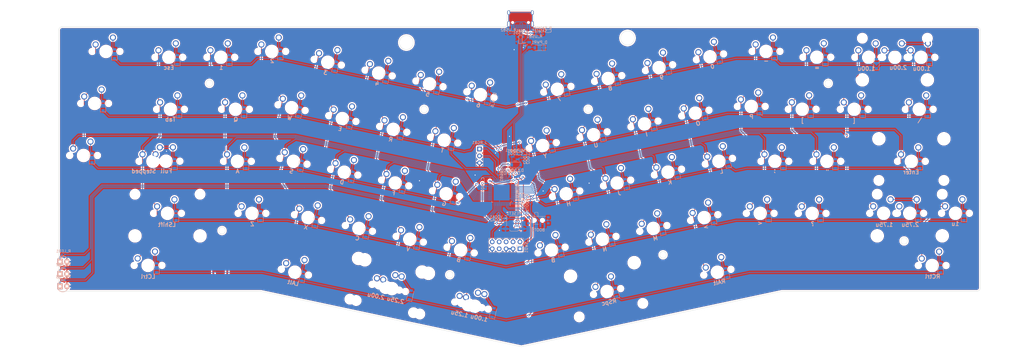
<source format=kicad_pcb>
(kicad_pcb (version 20211014) (generator pcbnew)
  (layers (0 "F.Cu" signal) (31 "B.Cu" signal) (34 "B.Paste" user) (35 "F.Paste" user) (36 "B.SilkS" user "B.Silkscreen") (37 "F.SilkS" user "F.Silkscreen") (38 "B.Mask" user) (39 "F.Mask" user) (44 "Edge.Cuts" user))
  (net 0 "")
  (net 1 "+3V3")
  (net 2 "Net-(R_BOOT1-Pad2)")
  (net 3 "GND")
  (net 4 "+5V")
  (net 5 "GNDPWR")
  (net 6 "D-")
  (net 7 "D+")
  (net 8 "VCC")
  (net 9 "Net-(R_LED1-Pad2)")
  (net 10 "Net-(D_LED_Layer1-Pad2)")
  (net 11 "Net-(R_LED2-Pad2)")
  (net 12 "Net-(MX-0-Pad2)")
  (net 13 "Net-(MX_1-Pad2)")
  (net 14 "Net-(MX_2-Pad2)")
  (net 15 "Net-(MX_3-Pad2)")
  (net 16 "Net-(MX_4-Pad2)")
  (net 17 "Net-(MX_5-Pad2)")
  (net 18 "Net-(MX_6-Pad2)")
  (net 19 "Net-(MX_7-Pad2)")
  (net 20 "Net-(MX_8-Pad2)")
  (net 21 "Net-(MX_9-Pad2)")
  (net 22 "Net-(MX_A1-Pad2)")
  (net 23 "Net-(MX_B1-Pad2)")
  (net 24 "Net-(MX_B2-Pad2)")
  (net 25 "Net-(D_SW_Back1-Pad2)")
  (net 26 "Net-(MX_C1-Pad2)")
  (net 27 "Net-(MX_Caps1-Pad2)")
  (net 28 "Net-(MX_Comm1-Pad2)")
  (net 29 "Net-(MX_D1-Pad2)")
  (net 30 "Net-(MX_Dash1-Pad2)")
  (net 31 "Net-(MX_Del1-Pad2)")
  (net 32 "Net-(MX_Dn1-Pad2)")
  (net 33 "Net-(D_SW_E1-Pad2)")
  (net 34 "Net-(MX_Enter1-Pad2)")
  (net 35 "Net-(MX_Eql1-Pad2)")
  (net 36 "Net-(MX_Esc1-Pad2)")
  (net 37 "Net-(MX_F1-Pad2)")
  (net 38 "Net-(MX_Fn1-Pad2)")
  (net 39 "Net-(MX_G1-Pad2)")
  (net 40 "Net-(MX_H1-Pad2)")
  (net 41 "Net-(D_SW_I1-Pad2)")
  (net 42 "Net-(MX_J1-Pad2)")
  (net 43 "Net-(MX_K1-Pad2)")
  (net 44 "Net-(MX_L1-Pad2)")
  (net 45 "Net-(MX_LAlt1-Pad2)")
  (net 46 "Net-(D_SW_LBrc1-Pad2)")
  (net 47 "Net-(MX_LCtl1-Pad2)")
  (net 48 "Net-(MX_LFn2-Pad2)")
  (net 49 "Net-(MX_LSft1-Pad2)")
  (net 50 "Net-(MX_LSpc1-Pad2)")
  (net 51 "Net-(MX_M1-Pad2)")
  (net 52 "Net-(MX_N1-Pad2)")
  (net 53 "Net-(D_SW_O1-Pad2)")
  (net 54 "Net-(D_SW_P1-Pad2)")
  (net 55 "Net-(D_SW_Pipe1-Pad2)")
  (net 56 "Net-(MX_Pipe2-Pad2)")
  (net 57 "Net-(D_SW_Q1-Pad2)")
  (net 58 "Net-(MX_Quot1-Pad2)")
  (net 59 "Net-(D_SW_R1-Pad2)")
  (net 60 "Net-(MX_RAlt1-Pad2)")
  (net 61 "Net-(D_SW_RBrc1-Pad2)")
  (net 62 "Net-(MX_RCtl1-Pad2)")
  (net 63 "Net-(MX_RSft2-Pad2)")
  (net 64 "Net-(MX_RSpc1-Pad2)")
  (net 65 "Net-(MX_S1-Pad2)")
  (net 66 "Net-(MX_Scln1-Pad2)")
  (net 67 "Net-(MX_Slsh1-Pad2)")
  (net 68 "Net-(MX_Stop1-Pad2)")
  (net 69 "Net-(D_SW_T1-Pad2)")
  (net 70 "Net-(D_SW_Tab1-Pad2)")
  (net 71 "Net-(D_SW_U1-Pad2)")
  (net 72 "Net-(D_SW_Up1-Pad2)")
  (net 73 "Net-(MX_V1-Pad2)")
  (net 74 "Net-(D_SW_W1-Pad2)")
  (net 75 "Net-(MX_X1-Pad2)")
  (net 76 "Net-(D_SW_Y1-Pad2)")
  (net 77 "Net-(MX_Z1-Pad2)")
  (net 78 "RGB")
  (net 79 "SWDIO")
  (net 80 "SWCLK")
  (net 84 "NRST")
  (net 85 "Col11")
  (net 86 "Col2")
  (net 87 "Col3")
  (net 88 "Col4")
  (net 89 "Col5")
  (net 90 "Col6")
  (net 91 "Col7")
  (net 92 "Col8")
  (net 93 "Col9")
  (net 94 "Col10")
  (net 95 "Col15")
  (net 96 "Col1")
  (net 97 "Col12")
  (net 98 "Col0")
  (net 99 "Col13")
  (net 100 "Col14")
  (net 101 "BOOT")
  (net 102 "Caps")
  (net 103 "Scrl")
  (net 104 "Layer")
  (net 105 "Net-(USB1-Pad10)")
  (net 106 "Net-(USB1-Pad4)")
  (net 115 "Row0")
  (net 116 "Row2")
  (net 118 "Row3")
  (net 119 "Row1")
  (net 121 "Row4")
  (footprint "MX_Only:MX_2.25u_ReversedStabilizers_NoLED" (layer "F.Cu") (at 287.256013 61.277067)
    (fp_text reference "MX_Enter1")
    (fp_text value "MX-NoLED")
  )
  (footprint "MX_Only:MX_1.5u_NoLED" (layer "F.Cu") (at 290.136015 42.232621)
    (fp_text reference "MX_Pipe1")
    (fp_text value "MX-NoLED")
  )
  (footprint "MX_Only:MX_1u_NoLED" (layer "F.Cu") (at 198.116014 65.212618 12)
    (fp_text reference "MX_K1")
    (fp_text value "MX-NoLED")
  )
  (footprint "MX_Only:MX_2u_NoLED" (layer "F.Cu") (at 281.206014 23.183966)
    (fp_text reference "MX_Back1")
    (fp_text value "MX-NoLED")
  )
  (footprint "MX_Only:MX_1u_NoLED" (layer "F.Cu") (at 266.316013 42.222618)
    (fp_text reference "MX_RBrc1")
    (fp_text value "MX-NoLED")
  )
  (footprint "MX_Only:MX_1u_NoLED" (layer "F.Cu") (at 213.506009 22.99262 12)
    (fp_text reference "MX-0")
    (fp_text value "MX-NoLED")
  )
  (footprint "MX_Only:MX_1u_NoLED" (layer "F.Cu") (at 170.896015 51.522619 12)
    (fp_text reference "MX_U1")
    (fp_text value "MX-NoLED")
  )
  (footprint "MX_Only:MX_1u_NoLED" (layer "F.Cu") (at 79.576014 65.252617 -12)
    (fp_text reference "MX_D1")
    (fp_text value "MX-NoLED")
  )
  (footprint "MX_Only:MX_1u_NoLED" (layer "F.Cu") (at 174.136011 89.812618 12)
    (fp_text reference "MX_N1")
    (fp_text value "MX-NoLED")
  )
  (footprint "MX_Only:MX_1u_NoLED" (layer "F.Cu") (at 78.876012 45.612618 -12)
    (fp_text reference "MX_E1")
    (fp_text value "MX-NoLED")
  )
  (footprint "MX_Only:MX_1u_NoLED" (layer "F.Cu") (at 192.756014 85.832621 12)
    (fp_text reference "MX_M1")
    (fp_text value "MX-NoLED")
  )
  (footprint "MX_Only:MX_1u_NoLED" (layer "F.Cu") (at 155.486015 93.762619 12)
    (fp_text reference "MX_B2")
    (fp_text value "MX-NoLED")
  )
  (footprint "MX_Only:MX_1u_NoLED" (layer "F.Cu") (at -15.893985 59.132616)
    (fp_text reference "MX_Dn1")
    (fp_text value "MX-NoLED")
  )
  (footprint "MX_Only:MX_1.25u_NoLED" (layer "F.Cu") (at 125.016016 113.832616 -12)
    (fp_text reference "MX_LFn2")
    (fp_text value "MX-NoLED")
  )
  (footprint "MX_Only:MX_1.75u_NoLED" (layer "F.Cu") (at 14.296016 61.222621)
    (fp_text reference "MX_Caps1")
    (fp_text value "MX-NoLED")
  )
  (footprint "MX_Only:MX_1u_NoLED" (layer "F.Cu") (at 15.346015 23.162618)
    (fp_text reference "MX_Esc1")
    (fp_text value "MX-NoLED")
  )
  (footprint "MX_Only:MX_1u_NoLED" (layer "F.Cu") (at 194.856015 26.96262 12)
    (fp_text reference "MX_9")
    (fp_text value "MX-NoLED")
  )
  (footprint "MX_Only:MX_1u_NoLED" (layer "F.Cu") (at 211.396019 81.872617 12)
    (fp_text reference "MX_Comm1")
    (fp_text value "MX-NoLED")
  )
  (footprint "MX_Only:MX_1u_NoLED" (layer "F.Cu") (at 247.276014 42.202621)
    (fp_text reference "MX_LBrc1")
    (fp_text value "MX-NoLED")
  )
  (footprint "MX_Only:MX_1u_NoLED" (layer "F.Cu") (at 122.196014 93.772619 -12)
    (fp_text reference "MX_B1")
    (fp_text value "MX-NoLED")
  )
  (footprint "MX_Only:MX_1u_NoLED" (layer "F.Cu") (at 45.786012 80.322613)
    (fp_text reference "MX_Z1")
    (fp_text value "MX-NoLED")
  )
  (footprint "MX_Only:MX_1u_NoLED" (layer "F.Cu") (at 60.276014 41.622616 -12)
    (fp_text reference "MX_W1")
    (fp_text value "MX-NoLED")
  )
  (footprint "MX_Only:MX_1u_NoLED" (layer "F.Cu") (at 231.896014 80.32262)
    (fp_text reference "MX_Stop1")
    (fp_text value "MX-NoLED")
  )
  (footprint "MX_Only:MX_1u_NoLED" (layer "F.Cu") (at 97.516014 49.56262 -12)
    (fp_text reference "MX_R1")
    (fp_text value "MX-NoLED")
  )
  (footprint "MX_Only:MX_1.5u_NoLED" (layer "F.Cu") (at 216.206017 101.872618 12)
    (fp_text reference "MX_RAlt1")
    (fp_text value "MX-NoLED")
  )
  (footprint "MX_Only:MX_1.5u_NoLED" (layer "F.Cu") (at 61.486016 101.862615 -12)
    (fp_text reference "MX_LAlt1")
    (fp_text value "MX-NoLED")
  )
  (footprint "MX_Only:MX_1u_NoLED" (layer "F.Cu") (at 66.306014 81.87262 -12)
    (fp_text reference "MX_X1")
    (fp_text value "MX-NoLED")
  )
  (footprint "MX_Only:MX_1.75u_NoLED" (layer "F.Cu") (at 277.086016 80.298874)
    (fp_text reference "MX_RSft2")
    (fp_text value "MX-NoLED")
  )
  (footprint "MX_Only:MX_1u_NoLED" (layer "F.Cu") (at 271.636019 23.183975)
    (fp_text reference "MX_Pipe2")
    (fp_text value "MX-NoLED")
  )
  (footprint "MX_Only:MX_1u_NoLED" (layer "F.Cu") (at 92.166014 28.932617 -12)
    (fp_text reference "MX_4")
    (fp_text value "MX-NoLED")
  )
  (footprint "MX_Only:MX_1u_NoLED" (layer "F.Cu") (at 98.226015 69.19262 -12)
    (fp_text reference "MX_F1")
    (fp_text value "MX-NoLED")
  )
  (footprint "MX_Only:MX_2.75u_ReversedStabilizers_NoLED" (layer "F.Cu") (at 175.816012 108.932614 12)
    (fp_text reference "MX_RSpc1")
    (fp_text value "MX-NoLED")
  )
  (footprint "MX_Only:MX_1u_NoLED" (layer "F.Cu") (at 116.156013 53.522615 -12)
    (fp_text reference "MX_T1")
    (fp_text value "MX-NoLED")
  )
  (footprint "MX_Only:MX_1u_NoLED" (layer "F.Cu") (at 250.926008 80.342619)
    (fp_text reference "MX_Slsh1")
    (fp_text value "MX-NoLED")
  )
  (footprint "MX_Only:MX_1.5u_NoLED" (layer "F.Cu") (at 15.946015 42.222621)
    (fp_text reference "MX_Tab1")
    (fp_text value "MX-NoLED")
  )
  (footprint "Components:OJ LOGO" (layer "F.Cu") (at 34.188934 99.177712)
    (fp_text reference "G***")
    (fp_text value "LOGO" hide)
  )
  (footprint "MX_Only:MX_1.5u_NoLED" (layer "F.Cu") (at 294.866015 99.412618)
    (fp_text reference "MX_RCtl1")
    (fp_text value "MX-NoLED")
  )
  (footprint "MX_Only:MX_1u_NoLED" (layer "F.Cu") (at -11.833989 40.072611)
    (fp_text reference "MX_Up1")
    (fp_text value "MX-NoLED")
  )
  (footprint "MX_Only:MX_1u_NoLED" (layer "F.Cu") (at 60.976013 61.262617 -12)
    (fp_text reference "MX_S1")
    (fp_text value "MX-NoLED")
  )
  (footprint "MX_Only:MX_2u_ReversedStabilizers_NoLED" (layer "F.Cu") (at 94.736014 107.39262 -12)
    (fp_text reference "MX_LSpc2")
    (fp_text value "MX-NoLED")
  )
  (footprint "MX_Only:MX_1u_NoLED" (layer "F.Cu") (at 73.536012 24.982619 -12)
    (fp_text reference "MX_3")
    (fp_text value "MX-NoLED")
  )
  (footprint "MX_Only:MX_1u_NoLED" (layer "F.Cu") (at 103.566014 89.802618 -12)
    (fp_text reference "MX_V1")
    (fp_text value "MX-NoLED")
  )
  (footprint "MX_Only:MX_1u_NoLED" (layer "F.Cu") (at 208.146015 43.612619 12)
    (fp_text reference "MX_O1")
    (fp_text value "MX-NoLED")
  )
  (footprint "MX_Only:MX_1u_NoLED" (layer "F.Cu") (at 234.026016 21.012621)
    (fp_text reference "MX_Dash1")
    (fp_text value "MX-NoLED")
  )
  (footprint "MX_Only:MX_1u_NoLED" (layer "F.Cu") (at 252.636014 23.152616)
    (fp_text reference "MX_Eql1")
    (fp_text value "MX-NoLED")
  )
  (footprint "MX_Only:MX_1u_NoLED" (layer "F.Cu") (at 237.256015 61.262612)
    (fp_text reference "MX_Scln1")
    (fp_text value "MX-NoLED")
  )
  (footprint "MX_Only:MX_1u_NoLED" (layer "F.Cu") (at 53.036016 21.017963)
    (fp_text reference "MX_2")
    (fp_text value "MX-NoLED")
  )
  (footprint "MX_Only:MX_2.25u_ReversedStabilizers_NoLED" (layer "F.Cu") (at 97.036016 107.882624 -12)
    (fp_text reference "MX_LSpc1")
    (fp_text value "MX-NoLED")
  )
  (footprint "MX_Only:MX_1u_NoLED" (layer "F.Cu") (at 39.746013 42.22262)
    (fp_text reference "MX_Q1")
    (fp_text value "MX-NoLED")
  )
  (footprint "MX_Only:MX_1u_NoLED" (layer "F.Cu") (at 189.526016 47.572616 12)
    (fp_text reference "MX_I1")
    (fp_text value "MX-NoLED")
  )
  (footprint "MX_Only:MX_1.25u_NoLED" (layer "F.Cu") (at 9.506014 61.252614)
    (fp_text reference "MX_Caps2")
    (fp_text value "MX-NoLED")
  )
  (footprint "MX_Only:MX_1u_NoLED" (layer "F.Cu") (at 110.786014 32.90262 -12)
    (fp_text reference "MX_5")
    (fp_text value "MX-NoLED")
  )
  (footprint "MX_Only:MX_1u_NoLED" (layer "F.Cu") (at 176.226014 30.942617 12)
    (fp_text reference "MX_8")
    (fp_text value "MX-NoLED")
  )
  (footprint "MX_Only:MX_1u_NoLED" (layer "F.Cu") (at 256.306015 61.262618)
    (fp_text reference "MX_Quot1")
    (fp_text value "MX-NoLED")
  )
  (footprint "MX_Only:MX_1u_NoLED" (layer "F.Cu") (at 84.936014 85.832616 -12)
    (fp_text reference "MX_C1")
    (fp_text value "MX-NoLED")
  )
  (footprint "MX_Only:MX_1u_NoLED" (layer "F.Cu") (at 129.446015 36.862619 -12)
    (fp_text reference "MX_6")
    (fp_text value "MX-NoLED")
  )
  (footprint "MX_Only:MX_1u_NoLED" (layer "F.Cu") (at 40.456012 61.278864)
    (fp_text reference "MX_A1")
    (fp_text value "MX-NoLED")
  )
  (footprint "MX_Only:MX_1u_NoLED" (layer "F.Cu") (at 290.766015 23.183966)
    (fp_text reference "MX_Back2")
    (fp_text value "MX-NoLED")
  )
  (footprint "MX_Only:MX_1u_NoLED" (layer "F.Cu") (at 160.846016 73.16262 12)
    (fp_text reference "MX_H1")
    (fp_text value "MX-NoLED")
  )
  (footprint "MX_Only:MX_1u_NoLED" (layer "F.Cu") (at 152.246014 55.492619 12)
    (fp_text reference "MX_Y1")
    (fp_text value "MX-NoLED")
  )
  (footprint "MX_Only:MX_1u_NoLED" (layer "F.Cu") (at 157.616014 34.882616 12)
    (fp_text reference "MX_7")
    (fp_text value "MX-NoLED")
  )
  (footprint "MX_Only:MX_1u_NoLED" (layer "F.Cu") (at 228.626013 41.162616)
    (fp_text reference "MX_P1")
    (fp_text value "MX-NoLED")
  )
  (footprint "MX_Only:MX_1u_NoLED" (layer "F.Cu") (at 303.396014 80.298868)
    (fp_text reference "MX_Fn1")
    (fp_text value "MX-NoLED")
  )
  (footprint "MX_Only:MX_2.75u_NoLED" (layer "F.Cu") (at 286.656012 80.298866)
    (fp_text reference "MX_RSft1")
    (fp_text value "MX-NoLED")
  )
  (footprint "MX_Only:MX_1u_NoLED" (layer "F.Cu") (at 116.856009 73.142618 -12)
    (fp_text reference "MX_G1")
    (fp_text value "MX-NoLED")
  )
  (footprint "MX_Only:MX_1.5u_NoLED" (layer "F.Cu") (at 7.726015 99.382619)
    (fp_text reference "MX_LCtl1")
    (fp_text value "MX-NoLED")
  )
  (footprint "MX_Only:MX_1u_NoLED" (layer "F.Cu") (at 216.76601 61.242618 12)
    (fp_text reference "MX_L1")
    (fp_text value "MX-NoLED")
  )
  (footprint "MX_Only:MX_2.25u_NoLED" (layer "F.Cu") (at 14.856014 80.31817)
    (fp_text reference "MX_LSft1")
    (fp_text value "MX-NoLED")
  )
  (footprint "MX_Only:MX_1u_NoLED" (layer "F.Cu") (at -7.669073 21.03397)
    (fp_text reference "MX_Del1")
    (fp_text value "MX-NoLED")
  )
  (footprint "MX_Only:MX_1u_NoLED" (layer "F.Cu") (at 34.376014 23.162619)
    (fp_text reference "MX_1")
    (fp_text value "MX-NoLED")
  )
  (footprint "MX_Only:MX_1u_NoLED" (layer "F.Cu") (at 179.486015 69.202618 12)
    (fp_text reference "MX_J1")
    (fp_text value "MX-NoLED")
  )
  (footprint "MX_Only:MX_1u_NoLED" (layer "F.Cu") (at 127.356011 114.332622 -12)
    (fp_text reference "MX_LFn1")
    (fp_text value "MX-NoLED")
  )
  (footprint "Capacitor_SMD:C_0402_1005Metric" (layer "B.Cu") (at 136.056016 80.472615)
    (fp_text reference "C_VDDA1")
    (fp_text value "10u")
  )
  (footprint "Package_TO_SOT_SMD:SOT-23" (layer "B.Cu") (at 142.146012 59.592619 180)
    (fp_text reference "U_Power1")
    (fp_text value "MCP1700-3302E_SOT23")
  )
  (footprint "Diode_SMD:D_SOD-123" (layer "B.Cu") (at 17.956019 81.201924 90)
    (fp_text reference "D_SW_LSft1" hide)
    (fp_text value "D_Small")
  )
  (footprint "Diode_SMD:D_SOD-123" (layer "B.Cu") (at 214.615979 82.097343 102)
    (fp_text reference "D_SW_Comm1" hide)
    (fp_text value "D_Small")
  )
  (footprint "Capacitor_SMD:C_0402_1005Metric" (layer "B.Cu") (at 136.056007 81.552617)
    (fp_text reference "C_VDDA2")
    (fp_text value "1u")
  )
  (footprint "Diode_SMD:D_SOD-123" (layer "B.Cu") (at 158.700303 93.981471 102)
    (fp_text reference "D_SW_B2" hide)
    (fp_text value "D_Small")
  )
  (footprint "Components:LED_3mm" (layer "B.Cu") (at -23.249076 102.513973 180)
    (fp_text reference "D_LED_Scroll1" hide)
    (fp_text value "LED_Small" hide)
  )
  (footprint "Diode_SMD:D_SOD-123" (layer "B.Cu") (at 274.446017 25.55772 90)
    (fp_text reference "D_SW_PP2" hide)
    (fp_text value "D_Small")
  )
  (footprint "Resistor_SMD:R_0402_1005Metric" (layer "B.Cu") (at -23.249073 100.263968 180)
    (fp_text reference "R_LED2")
    (fp_text value "R_Small")
  )
  (footprint "Diode_SMD:D_SOD-123" (layer "B.Cu") (at 219.979492 61.465668 102)
    (fp_text reference "D_SW_L1" hide)
    (fp_text value "D_Small")
  )
  (footprint "Resistor_SMD:R_0402_1005Metric" (layer "B.Cu") (at 151.930921 13.633976 180)
    (fp_text reference "R_Shield1")
    (fp_text value "1M")
  )
  (footprint "Diode_SMD:D_SOD-123" (layer "B.Cu") (at 37.476023 24.046369 90)
    (fp_text reference "D_SW_1" hide)
    (fp_text value "D_Small")
  )
  (footprint "Diode_SMD:D_SOD-123" (layer "B.Cu") (at 10.826014 100.266366 90)
    (fp_text reference "D_SW_LCtl1" hide)
    (fp_text value "D_Small")
  )
  (footprint "Button_Switch_SMD:SW_SPST_TL3342" (layer "B.Cu") (at 141.766014 84.082621 180)
    (fp_text reference "RESET1")
    (fp_text value "SW_Push")
  )
  (footprint "Package_QFP:LQFP-48_7x7mm_P0.5mm" (layer "B.Cu") (at 137.206012 72.682614 90)
    (fp_text reference "U_MCU1")
    (fp_text value "STM32F072C8Tx")
  )
  (footprint "Resistor_SMD:R_0402_1005Metric" (layer "B.Cu") (at 147.726017 76.412617 -90)
    (fp_text reference "R_BOOT1")
    (fp_text value "10k")
  )
  (footprint "Button_Switch_SMD:SW_SPDT_PCM12" (layer "B.Cu") (at 150.636013 83.197613)
    (fp_text reference "BOOT1")
    (fp_text value "SW_SPDT")
  )
  (footprint "Capacitor_SMD:C_0402_1005Metric" (layer "B.Cu") (at 143.996012 75.532617 90)
    (fp_text reference "C_VDD2")
    (fp_text value "100n")
  )
  (footprint "Diode_SMD:D_SOD-123" (layer "B.Cu") (at -4.569071 21.917722 90)
    (fp_text reference "D_SW_Del1" hide)
    (fp_text value "D_Small")
  )
  (footprint "Diode_SMD:D_SOD-123" (layer "B.Cu") (at 151.020927 19.683968 180)
    (fp_text reference "D_PWR1")
    (fp_text value "SM9.0CA")
  )
  (footprint "Diode_SMD:D_SOD-123" (layer "B.Cu") (at 18.446005 24.046364 90)
    (fp_text reference "D_SW_Esc1" hide)
    (fp_text value "D_Small")
  )
  (footprint "Diode_SMD:D_SOD-123" (layer "B.Cu") (at 132.294674 38.366566 78)
    (fp_text reference "D_SW_6")
    (fp_text value "D_Small")
  )
  (footprint "Fuse:Fuse_0805_2012Metric" (layer "B.Cu") (at 147.310921 18.58397 -90)
    (fp_text reference "F1")
    (fp_text value "500mA")
  )
  (footprint "Diode_SMD:D_SOD-123" (layer "B.Cu") (at 95.018888 30.449578 78)
    (fp_text reference "D_SW_4" hide)
    (fp_text value "D_Small")
  )
  (footprint "Diode_SMD:D_SOD-123" (layer "B.Cu") (at 259.406016 62.146362 90)
    (fp_text reference "D_SW_Quot1" hide)
    (fp_text value "D_Small")
  )
  (footprint "Diode_SMD:D_SOD-123" (layer "B.Cu") (at 101.070605 70.697031 78)
    (fp_text reference "D_SW_F1" hide)
    (fp_text value "D_Small")
  )
  (footprint "Diode_SMD:D_SOD-123" (layer "B.Cu") (at 182.695787 69.422453 102)
    (fp_text reference "D_SW_J1" hide)
    (fp_text value "D_Small")
  )
  (footprint "Diode_SMD:D_SOD-123" (layer "B.Cu") (at 43.556015 62.162617 90)
    (fp_text reference "D_SW_A1" hide)
    (fp_text value "D_Small")
  )
  (footprint "Diode_SMD:D_SOD-123" (layer "B.Cu") (at 179.434542 31.164933 102)
    (fp_text reference "D_SW_8" hide)
    (fp_text value "D_Small")
  )
  (footprint "Diode_SMD:D_SOD-123" (layer "B.Cu") (at 164.065907 73.389588 102)
    (fp_text reference "D_SW_H1" hide)
    (fp_text value "D_Small")
  )
  (footprint "Diode_SMD:D_SOD-123" (layer "B.Cu") (at 19.046016 43.11637 90)
    (fp_text reference "D_SW_Tab1" hide)
    (fp_text value "D_Small")
  )
  (footprint "Diode_SMD:D_SOD-123" (layer "B.Cu") (at 160.830292 35.100423 102)
    (fp_text reference "D_SW_7" hide)
    (fp_text value "D_Small")
  )
  (footprint "Diode_SMD:D_SOD-123" (layer "B.Cu") (at 254.026021 81.226367 90)
    (fp_text reference "D_SW_Slsh1" hide)
    (fp_text value "D_Small")
  )
  (footprint "Components:LED_3mm" (layer "B.Cu") (at -23.249072 107.02398 180)
    (fp_text reference "D_LED_Layer1" hide)
    (fp_text value "LED_Small" hide)
  )
  (footprint "Capacitor_SMD:C_0402_1005Metric" (layer "B.Cu") (at 140.466018 65.762617 180)
    (fp_text reference "C_VDDIO2")
    (fp_text value "100n")
  )
  (footprint "Diode_SMD:D_SOD-123" (layer "B.Cu") (at 289.756015 81.182616 90)
    (fp_text reference "D_SW_Rsft1" hide)
    (fp_text value "D_Small")
  )
  (footprint "Resistor_SMD:R_0402_1005Metric" (layer "B.Cu") (at 145.766013 59.592614 90)
    (fp_text reference "R_LDO2")
    (fp_text value "100k")
  )
  (footprint "Diode_SMD:D_SOD-123" (layer "B.Cu") (at 290.356017 62.160825 90)
    (fp_text reference "D_SW_Enter1" hide)
    (fp_text value "D_Small")
  )
  (footprint "Diode_SMD:D_SOD-123" (layer "B.Cu") (at 293.866014 24.067723 90)
    (fp_text reference "D_SW_Back1" hide)
    (fp_text value "D_Small")
  )
  (footprint "Diode_SMD:D_SOD-123" (layer "B.Cu") (at 63.826676 62.772332 78)
    (fp_text reference "D_SW_S1" hide)
    (fp_text value "D_Small")
  )
  (footprint "Diode_SMD:D_SOD-123" (layer "B.Cu") (at 100.354704 51.069395 78)
    (fp_text reference "D_SW_R1" hide)
    (fp_text value "D_Small")
  )
  (footprint "Components:HRO-TYPE-C-31-M-12-Assembly" (layer "B.Cu") (at 144.130923 4.193968)
    (fp_text reference "USB1")
    (fp_text value "HRO-TYPE-C-31-M-12")
  )
  (footprint "Diode_SMD:D_SOD-123" (layer "B.Cu") (at 155.456991 55.714172 102)
    (fp_text reference "D_SW_Y1" hide)
    (fp_text value "D_Small")
  )
  (footprint "Diode_SMD:D_SOD-123" (layer "B.Cu") (at 69.150629 83.379852 78)
    (fp_text reference "D_SW_X1" hide)
    (fp_text value "D_Small")
  )
  (footprint "Diode_SMD:D_SOD-123" (layer "B.Cu") (at 195.974013 86.054703 102)
    (fp_text reference "D_SW_M1" hide)
    (fp_text value "D_Small")
  )
  (footprint "Components:LED_3mm" (layer "B.Cu") (at -23.249073 98.023975 180)
    (fp_text reference "D_LED_Caps1" hide)
    (fp_text value "LED_Small" hide)
  )
  (footprint "Capacitor_SMD:C_0402_1005Metric" (layer "B.Cu") (at 144.626009 59.592616 90)
    (fp_text reference "C_LDO2")
    (fp_text value "1u")
  )
  (footprint "Diode_SMD:D_SOD-123" (layer "B.Cu") (at 17.396015 62.106369 90)
    (fp_text reference "D_SW_Caps1" hide)
    (fp_text value "D_Small")
  )
  (footprint "Diode_SMD:D_SOD-123" (layer "B.Cu") (at 198.074009 27.183639 102)
    (fp_text reference "D_SW_9" hide)
    (fp_text value "D_Small")
  )
  (footprint "Diode_SMD:D_SOD-123" (layer "B.Cu") (at 240.356023 62.146374 90)
    (fp_text reference "D_SW_Scln1" hide)
    (fp_text value "D_Small")
  )
  (footprint "Diode_SMD:D_SOD-123" (layer "B.Cu") (at 192.742776 47.787174 102)
    (fp_text reference "D_SW_Ie" hide)
    (fp_text value "D_Small")
  )
  (footprint "Diode_SMD:D_SOD-123" (layer "B.Cu") (at 76.377152 26.490145 78)
    (fp_text reference "D_SW_3" hide)
    (fp_text value "D_Small")
  )
  (footprint "Diode_SMD:D_SOD-123" (layer "B.Cu") (at 103.756291 110.210737 78)
    (fp_text reference "D_SW_LSpc1" hide)
    (fp_text value "D_Small")
  )
  (footprint "random-keyboard-parts:SOT143B" (layer "B.Cu") (at 144.120932 16.673971)
    (fp_text reference "D_ESD1")
    (fp_text value "PRTR5V0U2X")
  )
  (footprint "Diode_SMD:D_SOD-123" (layer "B.Cu") (at 125.042146 95.283547 78)
    (fp_text reference "D_SW_B1" hide)
    (fp_text value "D_Small")
  )
  (footprint "Capacitor_SMD:C_0402_1005Metric" (layer "B.Cu") (at 151.930931 14.713975 180)
    (fp_text reference "C_Shield1")
    (fp_text value "4.7n")
  )
  (footprint "Diode_SMD:D_SOD-123" (layer "B.Cu") (at 255.736018 24.036372 90)
    (fp_text reference "D_SW_Eql1" hide)
    (fp_text value "D_Small")
  )
  (footprint "Diode_SMD:D_SOD-123" (layer "B.Cu") (at 250.376011 43.086378 90)
    (fp_text reference "D_SW_LBrc1" hide)
    (fp_text value "D_Small")
  )
  (footprint "Resistor_SMD:R_0402_1005Metric" (layer "B.Cu") (at -23.249078 104.763967 180)
    (fp_text reference "R_LED3")
    (fp_text value "R_Small")
  )
  (footprint "Diode_SMD:D_SOD-123" (layer "B.Cu") (at 179.032834 109.152388 102)
    (fp_text reference "D_SW_RSpc1" hide)
    (fp_text value "D_Small")
  )
  (footprint "Resistor_SMD:R_0402_1005Metric" (layer "B.Cu") (at -23.249076 95.333976 180)
    (fp_text reference "R_LED1")
    (fp_text value "R_Small")
  )
  (footprint "Diode_SMD:D_SOD-123" (layer "B.Cu") (at 297.966019 100.296371 90)
    (fp_text reference "D_SW_RCtl1" hide)
    (fp_text value "D_Small")
  )
  (footprint "Diode_SMD:D_SOD-123" (layer "B.Cu") (at 306.496013 81.18262 90)
    (fp_text reference "D_SW_Fn1" hide)
    (fp_text value "D_Small")
  )
  (footprint "Diode_SMD:D_SOD-123" (layer "B.Cu") (at 231.726011 42.04637 90)
    (fp_text reference "D_SW_P1" hide)
    (fp_text value "D_Small")
  )
  (footprint "Connector_PinHeader_2.54mm:PinHeader_2x05_P2.54mm_Vertical" (layer "B.Cu") (at 143.921018 93.301367 90)
    (fp_text reference "J_SWD1")
    (fp_text value "SWD")
  )
  (footprint "Diode_SMD:D_SOD-123" (layer "B.Cu") (at 219.415256 102.091975 102)
    (fp_text reference "D_SW_RAlt1" hide)
    (fp_text value "D_Small")
  )
  (footprint "Diode_SMD:D_SOD-123" (layer "B.Cu") (at 82.420944 66.757827 78)
    (fp_text reference "D_SW_D1" hide)
    (fp_text value "D_Small")
  )
  (footprint "Diode_SMD:D_SOD-123" (layer "B.Cu") (at 106.412272 91.316418 78)
    (fp_text reference "D_SW_V1" hide)
    (fp_text value "D_Small")
  )
  (footprint "Diode_SMD:D_SOD-123" (layer "B.Cu") (at 87.780306 87.349061 78)
    (fp_text reference "D_SW_C1" hide)
    (fp_text value "D_Small")
  )
  (footprint "Diode_SMD:D_SOD-123" (layer "B.Cu") (at 142.576011 62.572619)
    (fp_text reference "D_LDO1")
    (fp_text value "RB060MM_60TR")
  )
  (footprint "Diode_SMD:D_SOD-123" (layer "B.Cu") (at 234.996017 81.206371 90)
    (fp_text reference "D_SW_Stop1" hide)
    (fp_text value "D_Small")
  )
  (footprint "Connector_PinHeader_2.54mm:PinHeader_1x03_P2.54mm_Vertical" (layer "B.Cu") (at 129.106017 56.752619 180)
    (fp_text reference "J_RGB1")
    (fp_text value "RGB")
  )
  (footprint "Diode_SMD:D_SOD-123" (layer "B.Cu") (at 269.416011 43.106365 90)
    (fp_text reference "D_SW_RBrc1" hide)
    (fp_text value "D_Small")
  )
  (footprint "Capacitor_SMD:C_0402_1005Metric" (layer "B.Cu") (at 142.146013 57.312611)
    (fp_text reference "C_LDO1")
    (fp_text value "1u")
  )
  (footprint "Diode_SMD:D_SOD-123" (layer "B.Cu") (at 81.722751 47.122042 78)
    (fp_text reference "D_SW_E1" hide)
    (fp_text value "D_Small")
  )
  (footprint "Diode_SMD:D_SOD-123" (layer "B.Cu") (at 42.846013 43.106367 90)
    (fp_text reference "D_SW_Q1" hide)
    (fp_text value "D_Small")
  )
  (footprint "Resistor_SMD:R_0402_1005Metric" (layer "B.Cu") (at 139.710924 14.333973 180)
    (fp_text reference "R_USB2")
    (fp_text value "5k1")
  )
  (footprint "Resistor_SMD:R_0402_1005Metric" (layer "B.Cu") (at 149.260923 14.333971)
    (fp_text reference "R_USB1")
    (fp_text value "5k1")
  )
  (footprint "Capacitor_SMD:C_0402_1005Metric" (layer "B.Cu") (at 140.466009 66.812615 180)
    (fp_text reference "C_VDDIO1")
    (fp_text value "4.7u")
  )
  (footprint "Diode_SMD:D_SOD-123" (layer "B.Cu") (at 63.121 43.132607 78)
    (fp_text reference "D_SW_W1" hide)
    (fp_text value "D_Small")
  )
  (footprint "Diode_SMD:D_SOD-123" (layer "B.Cu") (at 177.352047 90.032056 102)
    (fp_text reference "D_SW_N1" hide)
    (fp_text value "D_Small")
  )
  (footprint "Resistor_SMD:R_0402_1005Metric" (layer "B.Cu") (at 135.966016 65.812618 90)
    (fp_text reference "R_RGB1")
    (fp_text value "10k")
  )
  (footprint "Diode_SMD:D_SOD-123" (layer "B.Cu") (at 174.110816 51.744533 102)
    (fp_text reference "D_SW_U1" hide)
    (fp_text value "D_Small")
  )
  (footprint "Diode_SMD:D_SOD-123" (layer "B.Cu") (at 293.23602 43.116371 90)
    (fp_text reference "D_SW_Pipe1" hide)
    (fp_text value "D_Small")
  )
  (footprint "Diode_SMD:D_SOD-123" (layer "B.Cu") (at 119.702354 74.646464 78)
    (fp_text reference "D_SW_G1" hide)
    (fp_text value "D_Small")
  )
  (footprint "Diode_SMD:D_SOD-123" (layer "B.Cu") (at 201.325675 65.435329 102)
    (fp_text reference "D_SW_K1" hide)
    (fp_text value "D_Small")
  )
  (footprint "Diode_SMD:D_SOD-123" (layer "B.Cu") (at -8.733979 40.956372 90)
    (fp_text reference "D_SW_Up1" hide)
    (fp_text value "D_Small")
  )
  (footprint "Diode_SMD:D_SOD-123" (layer "B.Cu") (at 113.640419 34.41109 78)
    (fp_text reference "D_SW_5" hide)
    (fp_text value "D_Small")
  )
  (footprint "Resistor_SMD:R_0402_1005Metric" (layer "B.Cu") (at 142.146011 56.222615)
    (fp_text reference "R_LDO1")
    (fp_text value "100k")
  )
  (footprint "Diode_SMD:D_SOD-123" (layer "B.Cu") (at -12.793984 60.016365 90)
    (fp_text reference "D_SW_Dn1" hide)
    (fp_text value "D_Small")
  )
  (footprint "Diode_SMD:D_SOD-123" (layer "B.Cu") (at 134.07581 116.665121 78)
    (fp_text reference "D_SW_LFn1" hide)
    (fp_text value "D_Small")
  )
  (footprint "Diode_SMD:D_SOD-123" (layer "B.Cu") (at 237.126019 21.896366 90)
    (fp_text reference "D_SW_Dash1" hide)
    (fp_text value "D_Small")
  )
  (footprint "Diode_SMD:D_SOD-123" (layer "B.Cu") (at 48.88601 81.206363 90)
    (fp_text reference "D_SW_Z1" hide)
    (fp_text value "D_Small")
  )
  (footprint "Diode_SMD:D_SOD-123" (layer "B.Cu") (at 119.006458 55.028823 78)
    (fp_text reference "D_SW_T1" hide)
    (fp_text value "D_Small")
  )
  (footprint "Capacitor_SMD:C_0402_1005Metric" (layer "B.Cu") (at 131.466012 69.822613 -90)
    (fp_text reference "C_VDD3")
    (fp_text value "4.7u")
  )
  (footprint "Capacitor_SMD:C_0402_1005Metric" (layer "B.Cu") (at 142.926014 75.532612 90)
    (fp_text reference "C_VDD1")
    (fp_text value "100n")
  )
  (footprint "Diode_SMD:D_SOD-123" (layer "B.Cu") (at 64.329285 103.374249 78)
    (fp_text reference "D_SW_LAlt1" hide)
    (fp_text value "D_Small")
  )
  (footprint "Diode_SMD:D_SOD-123" (layer "B.Cu") (at 216.727817 23.213992 102)
    (fp_text reference "D_SW_0" hide)
    (fp_text value "D_Small")
  )
  (footprint "Diode_SMD:D_SOD-123" (layer "B.Cu") (at 56.136003 21.901711 90)
    (fp_text reference "D_SW_2" hide)
    (fp_text value "D_Small")
  )
  (footprint "Diode_SMD:D_SOD-123" (layer "B.Cu") (at 211.364524 43.83775 102)
    (fp_text reference "D_SW_O1" hide)
    (fp_text value "D_Small")
  )
  (gr_line (start 311.206008 12.012617) (end 150.275926 12.006468) (layer "Edge.Cuts") (width 0.1))
  (gr_line (start 49.051089 108.845272) (end 144.440041 129.120821) (layer "Edge.Cuts") (width 0.1))
  (gr_line (start 149.958426 12.006471) (end 150.275926 12.006468) (layer "Edge.Cuts") (width 0.1))
  (gr_circle (center 196.313428 95.508968) (end 197.583431 95.508972) (layer "Edge.Cuts") (width 0.1) (fill none))
  (gr_line (start 48.993426 108.843966) (end 49.051089 108.845272) (layer "Edge.Cuts") (width 0.1))
  (gr_arc (start 311.206008 12.012617) (mid 312.104033 12.38459) (end 312.476008 13.282614) (layer "Edge.Cuts") (width 0.1))
  (gr_circle (center 183.306014 16.112616) (end 185.906014 16.112621) (layer "Edge.Cuts") (width 0.1) (fill none))
  (gr_circle (center 118.208422 102.811479) (end 119.478421 102.81147) (layer "Edge.Cuts") (width 0.1) (fill none))
  (gr_circle (center 102.326014 17.772618) (end 104.926017 17.772619) (layer "Edge.Cuts") (width 0.1) (fill none))
  (gr_line (start 138.210929 12.006467) (end -23.714078 12.006465) (layer "Edge.Cuts") (width 0.1))
  (gr_circle (center 284.578424 90.428978) (end 285.84843 90.42897) (layer "Edge.Cuts") (width 0.1) (fill none))
  (gr_circle (center 34.813414 86.627079) (end 36.083417 86.627081) (layer "Edge.Cuts") (width 0.1) (fill none))
  (gr_line (start 312.476008 13.282614) (end 312.476014 107.572623) (layer "Edge.Cuts") (width 0.1))
  (gr_line (start -24.98407 13.276474) (end -24.984074 107.256466) (layer "Edge.Cuts") (width 0.1))
  (gr_circle (center 30.204231 32.717326) (end 31.47423 32.717331) (layer "Edge.Cuts") (width 0.1) (fill none))
  (gr_line (start 139.163427 6.608967) (end 139.163424 11.053969) (layer "Edge.Cuts") (width 0.1))
  (gr_line (start 144.440041 129.120821) (end 239.833224 108.842578) (layer "Edge.Cuts") (width 0.1))
  (gr_arc (start 139.163427 6.608967) (mid 139.349415 6.159957) (end 139.798428 5.973977) (layer "Edge.Cuts") (width 0.1))
  (gr_arc (start 139.163424 11.053969) (mid 138.884446 11.727489) (end 138.210929 12.006467) (layer "Edge.Cuts") (width 0.1))
  (gr_circle (center 108.812275 42.241929) (end 110.082279 42.241921) (layer "Edge.Cuts") (width 0.1) (fill none))
  (gr_arc (start -23.396575 108.843977) (mid -24.519114 108.379007) (end -24.984074 107.256466) (layer "Edge.Cuts") (width 0.1))
  (gr_line (start 239.833224 108.842578) (end 311.206012 108.842618) (layer "Edge.Cuts") (width 0.1))
  (gr_arc (start 149.958426 12.006471) (mid 149.284903 11.727491) (end 149.005927 11.05397) (layer "Edge.Cuts") (width 0.1))
  (gr_line (start -23.396575 108.843977) (end 48.993426 108.843966) (layer "Edge.Cuts") (width 0.1))
  (gr_arc (start 312.476014 107.572623) (mid 312.104036 108.470645) (end 311.206012 108.842618) (layer "Edge.Cuts") (width 0.1))
  (gr_line (start 148.370927 5.973972) (end 139.798428 5.973977) (layer "Edge.Cuts") (width 0.1))
  (gr_line (start 149.005923 6.608974) (end 149.005927 11.05397) (layer "Edge.Cuts") (width 0.1))
  (gr_arc (start -24.98407 13.276474) (mid -24.612099 12.378448) (end -23.714078 12.006465) (layer "Edge.Cuts") (width 0.1))
  (gr_circle (center 256.807444 32.724007) (end 258.077441 32.724007) (layer "Edge.Cuts") (width 0.1) (fill none))
  (gr_arc (start 148.370927 5.973972) (mid 148.819936 6.159963) (end 149.005923 6.608974) (layer "Edge.Cuts") (width 0.1))
  (gr_circle (center 168.896298 42.198818) (end 170.166298 42.198819) (layer "Edge.Cuts") (width 0.1) (fill none))
  (gr_text "M" (at 193.513052 89.492736 12) (layer "B.SilkS") (effects (font (size 1.5 1.5) (thickness 0.3)) (justify mirror)))
  (gr_text "Z" (at 45.858682 84.244776) (layer "B.SilkS") (effects (font (size 1.5 1.5) (thickness 0.3)) (justify mirror)))
  (gr_text "1.25u" (at 121.790471 117.12104 -12) (layer "B.SilkS") (effects (font (size 1.5 1.5) (thickness 0.3)) (justify mirror)))
  (gr_text "1.00u" (at 128.933394 118.639318 -12) (layer "B.SilkS") (effects (font (size 1.5 1.5) (thickness 0.3)) (justify mirror)))
  (gr_text "6" (at 128.693057 40.691278 -12) (layer "B.SilkS") (effects (font (size 1.5 1.5) (thickness 0.3)) (justify mirror)))
  (gr_text "LCtrl" (at 7.726522 103.463857) (layer "B.SilkS") (effects (font (size 1.5 1.5) (thickness 0.3)) (justify mirror)))
  (gr_text "0\n" (at 214.404442 26.553766 12) (layer "B.SilkS") (effects (font (size 1.5 1.5) (thickness 0.3)) (justify mirror)))
  (gr_text "Esc" (at 15.306517 26.93886) (layer "B.SilkS") (effects (font (size 1.5 1.5) (thickness 0.3)) (justify mirror)))
  (gr_text "R" (at 96.59121 53.277913 -12) (layer "B.SilkS") (effects (font (size 1.5 1.5) (thickness 0.3)) (justify mirror)))
  (gr_text "L" (at 217.72346 64.941935 12) (layer "B.SilkS") (effects (font (size 1.5 1.5) (thickness 0.3)) (justify mirror)))
  (gr_text "7" (at 158.452745 38.46194 12) (layer "B.SilkS") (effects (font (size 1.5 1.5) (thickness 0.3)) (justify mirror)))
  (gr_text "F" (at 97.609484 72.877812 -12) (layer "B.SilkS") (effects (font (size 1.5 1.5) (thickness 0.3)) (justify mirror)))
  (gr_text "1u" (at 303.339019 84.142609) (layer "B.SilkS") (effects (font (size 1.5 1.5) (thickness 0.3)) (justify mirror)))
  (gr_text "V" (at 102.935622 93.40188 -12) (layer "B.SilkS") (effects (font (size 1.5 1.5) (thickness 0.3)) (justify mirror)))
  (gr_text "2.00u" (at 91.184842 110.605857 -12) (layer "B.SilkS") (effects (font (size 1.5 1.5) (thickness 0.3)) (justify mirror)))
  (gr_text "1.00u" (at 270.733604 27.322616) (layer "B.SilkS") (effects (font (size 1.5 1.5) (thickness 0.3)) (justify mirror)))
  (gr_text "J" (at 180.295481 72.92938 12) (layer "B.SilkS") (effects (font (size 1.5 1.5) (thickness 0.3)) (justify mirror)))
  (gr_text "C" (at 84.38191 89.451161 -12) (layer "B.SilkS") (effects (font (size 1.5 1.5) (thickness 0.3)) (justify mirror)))
  (gr_text "2.25u" (at 98.327769 112.124134 -12) (layer "B.SilkS") (effects (font (size 1.5 1.5) (thickness 0.3)) (justify mirror)))
  (gr_text "E" (at 78.0375 49.347185 -12) (layer "B.SilkS") (effects (font (size 1.5 1.5) (thickness 0.3)) (justify mirror)))
  (gr_text "\\" (at 290.321525 46.236364) (layer "B.SilkS") (effects (font (size 1.5 1.5) (thickness 0.3)) (justify mirror)))
  (gr_text "2.00u" (at 282.418937 26.960211) (layer "B.SilkS") (effects (font (size 1.5 1.5) (thickness 0.3)) (justify mirror)))
  (gr_text "H" (at 161.741763 76.8701 12) (layer "B.SilkS") (effects (font (size 1.5 1.5) (thickness 0.3)) (justify mirror)))
  (gr_text "1.00u" (at 290.99652 27.322619) (layer "B.SilkS") (effects (font (size 1.5 1.5) (thickness 0.3)) (justify mirror)))
  (gr_text "<" (at 231.844025 83.84886) (layer "B.SilkS") (effects (font (size 1.5 1.5) (thickness 0.3)) (justify mirror)))
  (gr_text "Full" (at 14.39402 64.838859) (layer "B.SilkS") (effects (font (size 1.5 1.5) (thickness 0.3)) (justify mirror)))
  (gr_text "D" (at 78.735208 68.901081 -12) (layer "B.SilkS") (effects (font (size 1.5 1.5) (thickness 0.3)) (justify mirror)))
  (gr_text "RSpc" (at 176.511576 112.835825 12) (layer "B.SilkS") (effects (font (size 1.5 1.5) (thickness 0.3)) (justify mirror)))
  (gr_text "RCtrl" (at 295.034023 103.443862) (layer "B.SilkS") (effects (font (size 1.5 1.5) (thickness 0.3)) (justify mirror)))
  (gr_text "5" (at 110.109342 36.740571 -12) (layer "B.SilkS") (effects (font (size 1.5 1.5) (thickness 0.3)) (justify mirror)))
  (gr_text "T" (at 115.465489 57.284639 -12) (layer "B.SilkS") (effects (font (size 1.5 1.5) (thickness 0.3)) (justify mirror)))
  (gr_text "]" (at 247.341524 46.216362) (layer "B.SilkS") (effects (font (size 1.5 1.5) (thickness 0.3)) (justify mirror)))
  (gr_text ">\n" (at 212.01075 85.241452 12) (layer "B.SilkS") (effects (font (size 1.5 1.5) (thickness 0.3)) (justify mirror)))
  (gr_text "[" (at 266.291522 46.236362) (layer "B.SilkS") (effects (font (size 1.5 1.5) (thickness 0.3)) (justify mirror)))
  (gr_text "9" (at 195.840736 30.514488 12) (layer "B.SilkS") (effects (font (size 1.5 1.5) (thickness 0.3)) (justify mirror)))
  (gr_text "X" (at 65.527629 85.444432 -12) (layer "B.SilkS") (effects (font (size 1.5 1.5) (thickness 0.3)) (justify mirror)))
  (gr_text "2" (at 53.161188 24.482618) (layer "B.SilkS") (effects (font (size 1.5 1.5) (thickness 0.3)) (justify mirror)))
  (gr_text "Q" (at 39.876186 45.918858) (layer "B.SilkS") (effects (font (size 1.5 1.5) (thickness 0.3)) (justify mirror)))
  (gr_text "2.75u" (at 286.829022 84.460106) (layer "B.SilkS") (effects (font (size 1.5 1.5) (thickness 0.3)) (justify mirror)))
  (gr_text "W" (at 59.523785 45.376471 -12) (layer "B.SilkS") (effects (font (size 1.5 1.5) (thickness 0.3)) (justify mirror)))
  (gr_text "S" (at 60.211499 64.920371 -12) (layer "B.SilkS") (effects (font (size 1.5 1.5) (thickness 0.3)) (justify mirror)))
  (gr_text "8" (at 176.986449 34.531214 12) (layer "B.SilkS") (effects (font (size 1.5 1.5) (thickness 0.3)) (justify mirror)))
  (gr_text "N" (at 174.969341 93.453456 12) (layer "B.SilkS") (effects (font (size 1.5 1.5) (thickness 0.3)) (justify mirror)))
  (gr_text "A" (at 40.511189 64.895106) (layer "B.SilkS") (effects (font (size 1.5 1.5) (thickness 0.3)) (justify mirror)))
  (gr_text "1" (at 34.498695 26.938862) (layer "B.SilkS") (effects (font (size 1.5 1.5) (thickness 0.3)) (justify mirror)))
  (gr_text "I" (at 190.294559 51.369338 12) (layer "B.SilkS") (effects (font (size 1.5 1.5) (thickness 0.3)) (justify mirror)))
  (gr_text "Enter" (at 287.15652 65.21081) (layer "B.SilkS") (effects (font (size 1.5 1.5) (thickness 0.3)) (justify mirror)))
  (gr_text "_\n" (at 234.076525 23.763859) (layer "B.SilkS") (effects (font (size 1.5 1.5) (thickness 0.3)) (justify mirror)))
  (gr_text "LAlt" (at 60.870287 105.785513 -12) (layer "B.SilkS") (effects (font (size 1.5 1.5) (thickness 0.3)) (justify mirror)))
  (gr_text "?" (at 251.101526 84.186356) (layer "B.SilkS") (effects (font (size 1.5 1.5) (thickness 0.3)) (justify mirror)))
  (gr_text ";" (at 237.221527 64.561362) (layer "B.SilkS") (effects (font (size 1.5 1.5) (thickness 0.3)) (justify mirror)))
  (gr_text "{dblquote}" (at 256.49902 65.18635) (layer "B.SilkS") (effects (font (size 1.5 1.5) (thickness 0.3)) (justify mirror)))
  (gr_text "LShift" (at 14.671526 84.469412) (layer "B.SilkS") (effects (font (size 1.5 1.5) (thickness 0.3)) (justify mirror)))
  (gr_text "O" (at 209.144317 47.3984 12) (layer "B.SilkS") (effects (font (size 1.5 1.5) (thickness 0.3)) (justify mirror)))
  (gr_text "U" (at 171.746336 55.33585 12) (layer "B.SilkS") (effects (font (size 1.5 1.5) (thickness 0.3)) (justify mirror)))
  (gr_text "P" (at 228.669019 44.976359) (layer "B.SilkS") (effects (font (size 1.5 1.5) (thickness 0.3)) (justify mirror)))
  (gr_text "B" (at 156.095064 97.450174 12) (layer "B.SilkS") (effects (font (size 1.5 1.5) (thickness 0.3)) (justify mirror)))
  (gr_text "Tab" (at 15.93152 45.928851) (layer "B.SilkS") (effects (font (size 1.5 1.5) (thickness 0.3)) (justify mirror)))
  (gr_text "K" (at 198.849181 68.968668 12) (layer "B.SilkS") (effects (font (size 1.5 1.5) (thickness 0.3)) (justify mirror)))
  (gr_text "Y" (at 153.171006 59.299032 12) (layer "B.SilkS") (effects (font (size 1.5 1.5) (thickness 0.3)) (justify mirror)))
  (gr_text "G" (at 116.153193 76.808525 -12) (layer "B.SilkS") (effects (font (size 1.5 1.5) (thickness 0.3)) (justify mirror)))
  (gr_text "Stepped" (at 6.139024 64.838865) (layer "B.SilkS") (effects (font (size 1.5 1.5) (thickness 0.3)) (justify mirror)))
  (gr_text "1.75u" (at 277.304021 84.460106) (layer "B.SilkS") (effects (font (size 1.5 1.5) (thickness 0.3)) (justify mirror)))
  (gr_text "3" (at 72.721367 28.793119 -12) (layer "B.SilkS") (effects (font (size 1.5 1.5) (thickness 0.3)) (justify mirror)))
  (gr_text "RAlt" (at 216.958656 105.526517 12) (layer "B.SilkS") (effects (font (size 1.5 1.5) (thickness 0.3)) (justify mirror)))
  (gr_text "B" (at 121.489334 97.342604 -12) (layer "B.SilkS") (effects (font (size 1.5 1.5) (thickness 0.3)) (justify mirror)))
  (gr_text "4" (at 91.585631 32.799848 -12) (layer "B.SilkS") (effects (font (size 1.5 1.5) (thickness 0.3)) (justify mirror)))
  (gr_text "=" (at 252.709025 26.938861) (layer "B.SilkS") (effects (font (size 1.5 1.5) (thickness 0.3)) (justify mirror)))
  (segment (start 145.161467 68.641279) (end 145.161466 76.011281) (width 0.25) (layer "F.Cu") (net 1))
  (segment (start 130.151465 80.281282) (end 130.151464 69.341281) (width 0.25) (layer "F.Cu") (net 1))
  (segment (start 144.175688 84.048016) (end 144.539999 83.683706) (width 0.25) (layer "F.Cu") (net 1))
  (segment (start 144.539998 76.632747) (end 145.161466 76.011281) (width 0.25) (layer "F.Cu") (net 1))
  (segment (start 142.221465 65.70128) (end 145.161467 68.641279) (width 0.25) (layer "F.Cu") (net 1))
  (segment (start 144.539999 83.683706) (end 144.539998 76.632747) (width 0.25) (layer "F.Cu") (net 1))
  (segment (start 135.365689 83.988016) (end 135.425689 84.048015) (width 0.25) (layer "F.Cu") (net 1))
  (segment (start 135.365689 83.988016) (end 133.8582 83.988015) (width 0.25) (layer "F.Cu") (net 1))
  (segment (start 133.8582 83.988015) (end 130.151465 80.281282) (width 0.25) (layer "F.Cu") (net 1))
  (segment (start 135.425689 84.048015) (end 144.175688 84.048016) (width 0.25) (layer "F.Cu") (net 1))
  (via (at 135.365689 83.988016) (size 0.8) (drill 0.4) (layers "F.Cu" "B.Cu") (net 1))
  (via (at 130.151464 69.341281) (size 0.8) (drill 0.4) (layers "F.Cu" "B.Cu") (net 1))
  (via (at 142.221465 65.70128) (size 0.8) (drill 0.4) (layers "F.Cu" "B.Cu") (net 1))
  (via (at 145.161466 76.011281) (size 0.8) (drill 0.4) (layers "F.Cu" "B.Cu") (net 1))
  (segment (start 132.453509 69.342614) (end 133.043513 69.93261) (width 0.25) (layer "B.Cu") (net 1))
  (segment (start 144.226013 62.572616) (end 144.226011 61.685117) (width 0.25) (layer "B.Cu") (net 1))
  (segment (start 143.965296 76.845113) (end 140.777633 76.845113) (width 0.25) (layer "B.Cu") (net 1))
  (segment (start 131.46468 69.341282) (end 131.466012 69.342614) (width 0.25) (layer "B.Cu") (net 1))
  (segment (start 144.626012 60.072609) (end 143.553516 60.072614) (width 0.25) (layer "B.Cu") (net 1))
  (segment (start 143.553516 60.072614) (end 143.083512 60.542621) (width 0.25) (layer "B.Cu") (net 1))
  (segment (start 140.946011 66.812613) (end 140.946012 67.53011) (width 0.25) (layer "B.Cu") (net 1))
  (segment (start 143.997355 76.011282) (end 143.99601 76.012616) (width 0.25) (layer "B.Cu") (net 1))
  (segment (start 140.946015 66.812607) (end 140.946011 66.812613) (width 0.25) (layer "B.Cu") (net 1))
  (segment (start 141.610131 76.012612) (end 140.777633 76.845113) (width 0.25) (layer "B.Cu") (net 1))
  (segment (start 140.777633 76.845113) (end 139.956012 76.84511) (width 0.25) (layer "B.Cu") (net 1))
  (segment (start 130.151464 69.341281) (end 131.46468 69.341282) (width 0.25) (layer "B.Cu") (net 1))
  (segment (start 144.226013 62.572616) (end 144.13602 62.572617) (width 0.25) (layer "B.Cu") (net 1))
  (segment (start 135.576012 81.552619) (end 135.576015 81.552613) (width 0.25) (layer "B.Cu") (net 1))
  (segment (start 144.656009 60.102614) (end 144.626012 60.072609) (width 0.25) (layer "B.Cu") (net 1))
  (segment (start 142.926012 76.012611) (end 141.948513 76.012615) (width 0.25) (layer "B.Cu") (net 1))
  (segment (start 141.948513 76.012615) (end 141.610131 76.012612) (width 0.25) (layer "B.Cu") (net 1))
  (segment (start 142.926013 76.012621) (end 142.926012 76.012611) (width 0.25) (layer "B.Cu") (net 1))
  (segment (start 143.99601 76.012616) (end 142.926013 76.012621) (width 0.25) (layer "B.Cu") (net 1))
  (segment (start 135.365689 83.988016) (end 135.576012 83.777692) (width 0.25) (layer "B.Cu") (net 1))
  (segment (start 142.221465 64.551281) (end 142.221465 65.70128) (width 0.25) (layer "B.Cu") (net 1))
  (segment (start 135.956013 80.092622) (end 135.956014 76.845114) (width 0.25) (layer "B.Cu") (net 1))
  (segment (start 148.31149 84.55309) (end 148.311491 81.191308) (width 0.25) (layer "B.Cu") (net 1))
  (segment (start 135.576015 81.552613) (end 135.576015 80.472611) (width 0.25) (layer "B.Cu") (net 1))
  (segment (start 135.576015 80.472611) (end 135.956013 80.092622) (width 0.25) (layer "B.Cu") (net 1))
  (segment (start 140.946012 67.53011) (end 139.956013 68.52011) (width 0.25) (layer "B.Cu") (net 1))
  (segment (start 142.189406 64.519224) (end 142.221465 64.551281) (width 0.25) (layer "B.Cu") (net 1))
  (segment (start 148.386013 84.627611) (end 148.31149 84.55309) (width 0.25) (layer "B.Cu") (net 1))
  (segment (start 148.311491 81.191308) (end 143.965296 76.845113) (width 0.25) (layer "B.Cu") (net 1))
  (segment (start 145.161466 76.011281) (end 143.997355 76.011282) (width 0.25) (layer "B.Cu") (net 1))
  (segment (start 140.946013 65.762615) (end 140.946015 66.812607) (width 0.25) (layer "B.Cu") (net 1))
  (segment (start 142.189406 64.519224) (end 140.946013 65.762615) (width 0.25) (layer "B.Cu") (net 1))
  (segment (start 135.576012 83.777692) (end 135.576012 81.552619) (width 0.25) (layer "B.Cu") (net 1))
  (segment (start 145.76601 60.102614) (end 144.656009 60.102614) (width 0.25) (layer "B.Cu") (net 1))
  (segment (start 148.386011 88.836375) (end 148.386013 84.627611) (width 0.25) (layer "B.Cu") (net 1))
  (segment (start 143.921018 93.301367) (end 148.386011 88.836375) (width 0.25) (layer "B.Cu") (net 1))
  (segment (start 144.13602 62.572617) (end 142.189406 64.519224) (width 0.25) (layer "B.Cu") (net 1))
  (segment (start 141.948513 76.012615) (end 141.368513 75.432608) (width 0.25) (layer "B.Cu") (net 1))
  (segment (start 144.226011 61.685117) (end 143.083512 60.542621) (width 0.25) (layer "B.Cu") (net 1))
  (segment (start 131.466012 69.342614) (end 132.453509 69.342614) (width 0.25) (layer "B.Cu") (net 1))
  (segment (start 147.726017 76.922617) (end 147.726012 79.967609) (width 0.25) (layer "B.Cu") (net 2))
  (segment (start 147.726012 79.967609) (end 151.386012 83.627608) (width 0.25) (layer "B.Cu") (net 2))
  (segment (start 151.386012 83.627608) (end 151.386014 84.627613) (width 0.25) (layer "B.Cu") (net 2))
  (via (at 140.09 52.13) (size 0.8) (drill 0.4) (layers "F.Cu" "B.Cu") (net 3))
  (via (at 134.95 58.24) (size 0.8) (drill 0.4) (layers "F.Cu" "B.Cu") (net 3))
  (via (at 127.5 66.31) (size 0.8) (drill 0.4) (layers "F.Cu" "B.Cu") (net 3))
  (via (at 14.48 57.6) (size 0.8) (drill 0.4) (layers "F.Cu" "B.Cu") (net 3))
  (via (at 145.16 19.6) (size 0.8) (drill 0.4) (layers "F.Cu" "B.Cu") (net 3))
  (via (at 136.409998 86.556032) (size 0.8) (drill 0.4) (layers "F.Cu" "B.Cu") (net 3))
  (via (at 152.42 72.13) (size 0.8) (drill 0.4) (layers "F.Cu" "B.Cu") (net 3))
  (via (at 169.25 69.27) (size 0.8) (drill 0.4) (layers "F.Cu" "B.Cu") (net 3))
  (via (at 136.61 82.64) (size 0.8) (drill 0.4) (layers "F.Cu" "B.Cu") (net 3))
  (via (at 141.8 20.38) (size 0.8) (drill 0.4) (layers "F.Cu" "B.Cu") (net 3))
  (via (at 107.12 68.37) (size 0.8) (drill 0.4) (layers "F.Cu" "B.Cu") (net 3))
  (via (at 139.19 79.97) (size 0.8) (drill 0.4) (layers "F.Cu" "B.Cu") (net 3))
  (segment (start 149.770924 13.710741) (end 149.251465 13.191282) (width 0.25) (layer "B.Cu") (net 3))
  (segment (start 140.361466 13.47128) (end 140.905928 12.926819) (width 0.25) (layer "B.Cu") (net 3))
  (segment (start 146.286827 21.18128) (end 145.250984 22.217131) (width 0.25) (layer "B.Cu") (net 3))
  (segment (start 142.141466 47.48128) (end 142.141464 54.961282) (width 0.25) (layer "B.Cu") (net 3))
  (segment (start 149.770921 14.333967) (end 150.72093 14.333965) (width 0.25) (layer "B.Cu") (net 3))
  (segment (start 131.466011 70.302607) (end 131.596011 70.432612) (width 0.25) (layer "B.Cu") (net 3))
  (segment (start 139.200923 14.720737) (end 141.904155 17.423973) (width 0.25) (layer "B.Cu") (net 3))
  (segment (start 139.986012 65.762625) (end 139.986017 65.76262) (width 0.25) (layer "B.Cu") (net 3))
  (segment (start 145.250984 22.217131) (end 145.250985 44.371761) (width 0.25) (layer "B.Cu") (net 3))
  (segment (start 136.456013 73.436731) (end 137.211467 72.681281) (width 0.25) (layer "B.Cu") (net 3))
  (segment (start 142.926014 75.052615) (end 142.806012 74.932613) (width 0.25) (layer "B.Cu") (net 3))
  (segment (start 139.986012 66.812615) (end 139.986012 65.762625) (width 0.25) (layer "B.Cu") (net 3))
  (segment (start 136.45601 80.392609) (end 136.536017 80.472618) (width 0.25) (layer "B.Cu") (net 3))
  (segment (start 139.511459 13.471279) (end 140.361466 13.47128) (width 0.25) (layer "B.Cu") (net 3))
  (segment (start 140.905928 12.926819) (end 140.905928 11.888968) (width 0.25) (layer "B.Cu") (net 3))
  (segment (start 136.456013 76.845114) (end 136.456013 73.436731) (width 0.25) (layer "B.Cu") (net 3))
  (segment (start 139.20092 14.333974) (end 139.200923 14.720737) (width 0.25) (layer "B.Cu") (net 3))
  (segment (start 150.72093 14.333965) (end 151.420923 13.63397) (width 0.25) (layer "B.Cu") (net 3))
  (segment (start 139.45601 70.436732) (end 137.211467 72.681281) (width 0.25) (layer "B.Cu") (net 3))
  (segment (start 139.456008 68.520113) (end 139.45601 70.436732) (width 0.25) (layer "B.Cu") (net 3))
  (segment (start 144.156009 58.642621) (end 144.626013 59.112615) (width 0.25) (layer "B.Cu") (net 3))
  (segment (start 144.656014 59.082615) (end 144.626013 59.112615) (width 0.25) (layer "B.Cu") (net 3))
  (segment (start 149.251465 13.191282) (end 148.651465 13.191283) (width 0.25) (layer "B.Cu") (net 3))
  (segment (start 141.368512 74.932611) (end 139.462792 74.932611) (width 0.25) (layer "B.Cu") (net 3))
  (segment (start 149.770921 14.333967) (end 149.770924 13.710741) (width 0.25) (layer "B.Cu") (net 3))
  (segment (start 139.456014 67.342614) (end 139.986012 66.812615) (width 0.25) (layer "B.Cu") (net 3))
  (segment (start 143.083513 58.642616) (end 144.156009 58.642621) (width 0.25) (layer "B.Cu") (net 3))
  (segment (start 141.904155 17.423973) (end 143.120931 17.423973) (width 0.25) (layer "B.Cu") (net 3))
  (segment (start 142.626012 57.312614) (end 142.626012 58.185117) (width 0.25) (layer "B.Cu") (net 3))
  (segment (start 151.45093 18.463975) (end 151.450931 14.713972) (width 0.25) (layer "B.Cu") (net 3))
  (segment (start 134.962797 70.432612) (end 137.211467 72.681281) (width 0.25) (layer "B.Cu") (net 3))
  (segment (start 136.536017 80.472618) (end 136.536016 81.552613) (width 0.25) (layer "B.Cu") (net 3))
  (segment (start 131.596011 70.432612) (end 133.043512 70.432609) (width 0.25) (layer "B.Cu") (net 3))
  (segment (start 133.043512 70.432609) (end 134.962797 70.432612) (width 0.25) (layer "B.Cu") (net 3))
  (segment (start 142.806012 74.932613) (end 141.368512 74.932611) (width 0.25) (layer "B.Cu") (net 3))
  (segment (start 145.250985 44.371761) (end 142.141466 47.48128) (width 0.25) (layer "B.Cu") (net 3))
  (segment (start 142.626012 58.185117) (end 143.083513 58.642616) (width 0.25) (layer "B.Cu") (net 3))
  (segment (start 139.20092 14.333974) (end 139.200923 13.78182) (width 0.25) (layer "B.Cu") (net 3))
  (segment (start 151.070928 14.333969) (end 151.450931 14.713972) (width 0.25) (layer "B.Cu") (net 3))
  (segment (start 139.456008 68.520113) (end 139.456014 67.342614) (width 0.25) (layer "B.Cu") (net 3))
  (segment (start 142.65601 55.475823) (end 142.656012 56.222615) (width 0.25) (layer "B.Cu") (net 3))
  (segment (start 149.770921 14.333967) (end 151.070928 14.333969) (width 0.25) (layer "B.Cu") (net 3))
  (segment (start 151.173616 21.181279) (end 146.286827 21.18128) (width 0.25) (layer "B.Cu") (net 3))
  (segment (start 144.916013 85.982615) (end 138.616014 85.982621) (width 0.25) (layer "B.Cu") (net 3))
  (segment (start 145.766014 59.082616) (end 144.656014 59.082615) (width 0.25) (layer "B.Cu") (net 3))
  (segment (start 139.200923 13.78182) (end 139.511459 13.471279) (width 0.25) (layer "B.Cu") (net 3))
  (segment (start 147.355927 11.895745) (end 147.355928 11.888971) (width 0.25) (layer "B.Cu") (net 3))
  (segment (start 142.656012 57.282612) (end 142.626012 57.312614) (width 0.25) (layer "B.Cu") (net 3))
  (segment (start 143.996013 75.052622) (end 142.926021 75.052619) (width 0.25) (layer "B.Cu") (net 3))
  (segment (start 152.670922 19.683973) (end 151.173616 21.181279) (width 0.25) (layer "B.Cu") (net 3))
  (segment (start 142.656012 56.222615) (end 142.656012 57.282612) (width 0.25) (layer "B.Cu") (net 3))
  (segment (start 142.926021 75.052619) (end 142.926014 75.052615) (width 0.25) (layer "B.Cu") (net 3))
  (segment (start 152.670922 19.683973) (end 151.45093 18.463975) (width 0.25) (layer "B.Cu") (net 3))
  (segment (start 136.456013 76.845114) (end 136.45601 80.392609) (width 0.25) (layer "B.Cu") (net 3))
  (segment (start 136.536016 81.552613) (end 136.536007 81.552617) (width 0.25) (layer "B.Cu") (net 3))
  (segment (start 139.462792 74.932611) (end 137.211467 72.681281) (width 0.25) (layer "B.Cu") (net 3))
  (segment (start 142.141464 54.961282) (end 142.65601 55.475823) (width 0.25) (layer "B.Cu") (net 3))
  (segment (start 148.651465 13.191283) (end 147.355927 11.895745) (width 0.25) (layer "B.Cu") (net 3))
  (segment (start 139.561464 62.311277) (end 137.711464 62.311282) (width 0.25) (layer "F.Cu") (net 4))
  (segment (start 137.711464 62.311282) (end 135.971464 64.05128) (width 0.25) (layer "F.Cu") (net 4))
  (via (at 139.561464 62.311277) (size 0.8) (drill 0.4) (layers "F.Cu" "B.Cu") (net 4))
  (via (at 135.971464 64.05128) (size 0.8) (drill 0.4) (layers "F.Cu" "B.Cu") (net 4))
  (segment (start 141.636011 56.222611) (end 141.636013 47.296732) (width 0.25) (layer "B.Cu") (net 4))
  (segment (start 141.666012 57.31261) (end 141.666009 59.135114) (width 0.25) (layer "B.Cu") (net 4))
  (segment (start 141.666009 59.135114) (end 141.208508 59.592619) (width 0.25) (layer "B.Cu") (net 4))
  (segment (start 140.926013 62.572619) (end 139.822802 62.572617) (width 0.25) (layer "B.Cu") (net 4))
  (segment (start 141.636013 57.282614) (end 141.666012 57.31261) (width 0.25) (layer "B.Cu") (net 4))
  (segment (start 140.92601 59.875116) (end 140.926013 62.572619) (width 0.25) (layer "B.Cu") (net 4))
  (segment (start 135.971465 61.021282) (end 131.702805 56.752618) (width 0.25) (layer "B.Cu") (net 4))
  (segment (start 144.801465 44.13128) (end 144.801465 22.03093) (width 0.25) (layer "B.Cu") (net 4))
  (segment (start 131.702805 56.752618) (end 129.106017 56.752619) (width 0.25) (layer "B.Cu") (net 4))
  (segment (start 141.636013 47.296732) (end 144.801465 44.13128) (width 0.25) (layer "B.Cu") (net 4))
  (segment (start 141.636011 56.222611) (end 141.636013 57.282614) (width 0.25) (layer "B.Cu") (net 4))
  (segment (start 147.310924 19.521472) (end 149.208426 19.521474) (width 0.25) (layer "B.Cu") (net 4))
  (segment (start 144.801465 22.03093) (end 147.310924 19.521472) (width 0.25) (layer "B.Cu") (net 4))
  (segment (start 141.208508 59.592619) (end 140.92601 59.875116) (width 0.25) (layer "B.Cu") (net 4))
  (segment (start 135.971461 65.297161) (end 135.966011 65.302613) (width 0.25) (layer "B.Cu") (net 4))
  (segment (start 135.971464 64.05128) (end 135.971461 65.297161) (width 0.25) (layer "B.Cu") (net 4))
  (segment (start 149.208426 19.521474) (end 149.37092 19.683973) (width 0.25) (layer "B.Cu") (net 4))
  (segment (start 139.822802 62.572617) (end 139.561464 62.311277) (width 0.25) (layer "B.Cu") (net 4))
  (segment (start 135.971464 64.05128) (end 135.971465 61.021282) (width 0.25) (layer "B.Cu") (net 4))
  (segment (start 149.301466 12.671279) (end 152.231464 12.671279) (width 0.25) (layer "B.Cu") (net 5))
  (segment (start 148.450924 10.973963) (end 148.450927 11.820741) (width 0.25) (layer "B.Cu") (net 5))
  (segment (start 139.810926 10.973966) (end 139.810921 6.793971) (width 0.25) (layer "B.Cu") (net 5))
  (segment (start 148.450926 6.793967) (end 139.810921 6.793971) (width 0.25) (layer "B.Cu") (net 5))
  (segment (start 152.440921 12.880744) (end 152.44093 13.633972) (width 0.25) (layer "B.Cu") (net 5))
  (segment (start 148.450924 10.973963) (end 148.450926 6.793967) (width 0.25) (layer "B.Cu") (net 5))
  (segment (start 148.450927 11.820741) (end 149.301466 12.671279) (width 0.25) (layer "B.Cu") (net 5))
  (segment (start 152.231464 12.671279) (end 152.440921 12.880744) (width 0.25) (layer "B.Cu") (net 5))
  (segment (start 144.380928 11.888971) (end 144.380928 13.081817) (width 0.2) (layer "B.Cu") (net 6))
  (segment (start 143.601466 13.231281) (end 143.38093 13.010742) (width 0.2) (layer "B.Cu") (net 6))
  (segment (start 144.380928 13.081817) (end 144.231465 13.23128) (width 0.2) (layer "B.Cu") (net 6))
  (segment (start 143.38093 13.010742) (end 143.380928 11.888971) (width 0.2) (layer "B.Cu") (net 6))
  (segment (start 143.921464 16.521282) (end 143.921464 43.801276) (width 0.2) (layer "B.Cu") (net 6))
  (segment (start 137.956013 49.766734) (end 137.956014 68.520113) (width 0.2) (layer "B.Cu") (net 6))
  (segment (start 143.921464 43.801276) (end 137.956013 49.766734) (width 0.2) (layer "B.Cu") (net 6))
  (segment (start 144.231459 14.56128) (end 143.120933 15.671815) (width 0.2) (layer "B.Cu") (net 6))
  (segment (start 143.124155 15.723973) (end 143.921464 16.521282) (width 0.2) (layer "B.Cu") (net 6))
  (segment (start 143.120933 15.723973) (end 143.124155 15.723973) (width 0.2) (layer "B.Cu") (net 6))
  (segment (start 144.231465 13.23128) (end 143.601466 13.231281) (width 0.2) (layer "B.Cu") (net 6))
  (segment (start 143.120933 15.671815) (end 143.120933 15.723973) (width 0.2) (layer "B.Cu") (net 6))
  (segment (start 144.231465 13.23128) (end 144.231459 14.56128) (width 0.2) (layer "B.Cu") (net 6))
  (segment (start 144.880927 13.221339) (end 144.630985 13.471278) (width 0.2) (layer "B.Cu") (net 7))
  (segment (start 144.661464 10.601278) (end 144.880921 10.820744) (width 0.2) (layer "B.Cu") (net 7))
  (segment (start 144.320984 16.523919) (end 144.320984 43.981757) (width 0.2) (layer "B.Cu") (net 7))
  (segment (start 144.320984 43.981757) (end 138.456013 49.846732) (width 0.2) (layer "B.Cu") (net 7))
  (segment (start 144.880921 10.820744) (end 144.880928 11.888967) (width 0.2) (layer "B.Cu") (net 7))
  (segment (start 144.880928 11.888967) (end 144.880927 13.221339) (width 0.2) (layer "B.Cu") (net 7))
  (segment (start 143.880927 10.801819) (end 144.08146 10.601282) (width 0.2) (layer "B.Cu") (net 7))
  (segment (start 145.120932 15.040745) (end 145.12093 15.723973) (width 0.2) (layer "B.Cu") (net 7))
  (segment (start 144.08146 10.601282) (end 144.661464 10.601278) (width 0.2) (layer "B.Cu") (net 7))
  (segment (start 145.12093 15.723973) (end 144.320984 16.523919) (width 0.2) (layer "B.Cu") (net 7))
  (segment (start 144.630984 14.550802) (end 145.120932 15.040745) (width 0.2) (layer "B.Cu") (net 7))
  (segment (start 138.456013 49.846732) (end 138.456009 68.520111) (width 0.2) (layer "B.Cu") (net 7))
  (segment (start 143.880929 11.888971) (end 143.880927 10.801819) (width 0.2) (layer "B.Cu") (net 7))
  (segment (start 144.630985 13.471278) (end 144.630984 14.550802) (width 0.2) (layer "B.Cu") (net 7))
  (segment (start 147.288424 17.623968) (end 147.310924 17.64647) (width 0.25) (layer "B.Cu") (net 8))
  (segment (start 141.680922 11.888971) (end 141.680927 11.001817) (width 0.25) (layer "B.Cu") (net 8))
  (segment (start 146.580923 11.020742) (end 146.580928 11.888966) (width 0.25) (layer "B.Cu") (net 8))
  (segment (start 146.580925 16.163974) (end 145.120933 17.623973) (width 0.25) (layer "B.Cu") (net 8))
  (segment (start 145.120933 17.623973) (end 147.288424 17.623968) (width 0.25) (layer "B.Cu") (net 8))
  (segment (start 141.680927 11.001817) (end 142.511464 10.171282) (width 0.25) (layer "B.Cu") (net 8))
  (segment (start 145.731464 10.171278) (end 146.580923 11.020742) (width 0.25) (layer "B.Cu") (net 8))
  (segment (start 142.511464 10.171282) (end 145.731464 10.171278) (width 0.25) (layer "B.Cu") (net 8))
  (segment (start 146.580928 11.888966) (end 146.580925 16.163974) (width 0.25) (layer "B.Cu") (net 8))
  (segment (start -23.759074 95.333976) (end -24.519074 96.093975) (width 0.25) (layer "B.Cu") (net 9))
  (segment (start -24.519074 96.093975) (end -24.519074 98.023977) (width 0.25) (layer "B.Cu") (net 9))
  (segment (start -23.759077 104.763966) (end -24.519074 105.523962) (width 0.25) (layer "B.Cu") (net 10))
  (segment (start -24.519074 105.523962) (end -24.519074 107.02398) (width 0.25) (layer "B.Cu") (net 10))
  (segment (start -23.759072 100.263967) (end -24.519077 101.023972) (width 0.25) (layer "B.Cu") (net 11))
  (segment (start -24.519077 101.023972) (end -24.519078 102.513973) (width 0.25) (layer "B.Cu") (net 11))
  (segment (start 215.714196 21.16457) (end 216.384769 21.600045) (width 0.25) (layer "B.Cu") (net 12))
  (segment (start 214.934316 17.495532) (end 215.714196 21.16457) (width 0.25) (layer "B.Cu") (net 12))
  (segment (start 36.916015 21.836361) (end 37.476023 22.396371) (width 0.25) (layer "B.Cu") (net 13))
  (segment (start 36.916013 18.082621) (end 36.916015 21.836361) (width 0.25) (layer "B.Cu") (net 13))
  (segment (start 55.576014 15.937962) (end 55.576015 19.691721) (width 0.25) (layer "B.Cu") (net 14))
  (segment (start 55.576015 19.691721) (end 56.136005 20.251709) (width 0.25) (layer "B.Cu") (net 14))
  (segment (start 77.076701 20.541723) (end 76.294664 24.220922) (width 0.25) (layer "B.Cu") (net 15))
  (segment (start 76.294664 24.220922) (end 76.720202 24.876204) (width 0.25) (layer "B.Cu") (net 15))
  (segment (start 94.926045 28.164411) (end 95.361942 28.835634) (width 0.25) (layer "B.Cu") (net 16))
  (segment (start 95.706698 24.491719) (end 94.926045 28.164411) (width 0.25) (layer "B.Cu") (net 16))
  (segment (start 114.326696 28.461726) (end 113.547784 32.12624) (width 0.25) (layer "B.Cu") (net 17))
  (segment (start 113.547784 32.12624) (end 113.983474 32.797145) (width 0.25) (layer "B.Cu") (net 17))
  (segment (start 132.986701 32.421728) (end 132.207092 36.089499) (width 0.25) (layer "B.Cu") (net 18))
  (segment (start 132.207092 36.089499) (end 132.637728 36.752627) (width 0.25) (layer "B.Cu") (net 18))
  (segment (start 159.824522 33.056103) (end 160.487242 33.486475) (width 0.25) (layer "B.Cu") (net 19))
  (segment (start 159.044314 29.385531) (end 159.824522 33.056103) (width 0.25) (layer "B.Cu") (net 19))
  (segment (start 178.436555 29.125665) (end 179.091492 29.550983) (width 0.25) (layer "B.Cu") (net 20))
  (segment (start 177.654312 25.445534) (end 178.436555 29.125665) (width 0.25) (layer "B.Cu") (net 20))
  (segment (start 196.284318 21.465531) (end 197.064725 25.137038) (width 0.25) (layer "B.Cu") (net 21))
  (segment (start 197.064725 25.137038) (end 197.730953 25.569694) (width 0.25) (layer "B.Cu") (net 21))
  (segment (start 42.996012 56.198865) (end 42.996013 59.952618) (width 0.25) (layer "B.Cu") (net 22))
  (segment (start 42.996013 59.952618) (end 43.556014 60.512621) (width 0.25) (layer "B.Cu") (net 22))
  (segment (start 125.7367 89.331726) (end 124.95535 93.007687) (width 0.25) (layer "B.Cu") (net 23))
  (segment (start 124.95535 93.007687) (end 125.385202 93.669606) (width 0.25) (layer "B.Cu") (net 23))
  (segment (start 157.69478 91.93732) (end 158.35725 92.367532) (width 0.25) (layer "B.Cu") (net 24))
  (segment (start 156.914318 88.265533) (end 157.69478 91.93732) (width 0.25) (layer "B.Cu") (net 24))
  (segment (start 293.306016 18.10397) (end 293.306015 21.857724) (width 0.25) (layer "B.Cu") (net 25))
  (segment (start 293.306015 21.857724) (end 293.866014 22.417724) (width 0.25) (layer "B.Cu") (net 25))
  (segment (start 283.746015 18.10397) (end 293.306016 18.10397) (width 0.25) (layer "B.Cu") (net 25))
  (segment (start 87.694005 85.073987) (end 88.123356 85.735117) (width 0.25) (layer "B.Cu") (net 26))
  (segment (start 88.476702 81.391721) (end 87.694005 85.073987) (width 0.25) (layer "B.Cu") (net 26))
  (segment (start 16.836017 56.142624) (end 12.076009 56.142624) (width 0.25) (layer "B.Cu") (net 27))
  (segment (start 16.836016 59.89637) (end 17.396015 60.45637) (width 0.25) (layer "B.Cu") (net 27))
  (segment (start 16.836017 56.142624) (end 16.836016 59.89637) (width 0.25) (layer "B.Cu") (net 27))
  (segment (start 12.076009 56.142624) (end 12.046014 56.172617) (width 0.25) (layer "B.Cu") (net 27))
  (segment (start 213.60532 80.049855) (end 214.272925 80.483406) (width 0.25) (layer "B.Cu") (net 28))
  (segment (start 212.824319 76.375534) (end 213.60532 80.049855) (width 0.25) (layer "B.Cu") (net 28))
  (segment (start 82.335964 64.484776) (end 82.763999 65.143879) (width 0.25) (layer "B.Cu") (net 29))
  (segment (start 83.116699 60.811727) (end 82.335964 64.484776) (width 0.25) (layer "B.Cu") (net 29))
  (segment (start 236.566015 15.932617) (end 236.566015 19.68636) (width 0.25) (layer "B.Cu") (net 30))
  (segment (start 236.566015 19.68636) (end 237.126018 20.246365) (width 0.25) (layer "B.Cu") (net 30))
  (segment (start -5.129073 15.953966) (end -5.129073 19.707723) (width 0.25) (layer "B.Cu") (net 31))
  (segment (start -5.129073 19.707723) (end -4.569073 20.267721) (width 0.25) (layer "B.Cu") (net 31))
  (segment (start -13.353985 54.052617) (end -13.353984 57.806364) (width 0.25) (layer "B.Cu") (net 32))
  (segment (start -13.353984 57.806364) (end -12.793984 58.366363) (width 0.25) (layer "B.Cu") (net 32))
  (segment (start 81.635739 44.845853) (end 82.065804 45.508095) (width 0.25) (layer "B.Cu") (net 33))
  (segment (start 82.4167 41.171726) (end 81.635739 44.845853) (width 0.25) (layer "B.Cu") (net 33))
  (segment (start 289.796012 59.950821) (end 290.356018 60.510825) (width 0.25) (layer "B.Cu") (net 34))
  (segment (start 289.796013 56.197068) (end 289.796012 59.950821) (width 0.25) (layer "B.Cu") (net 34))
  (segment (start 255.176013 21.826365) (end 255.736017 22.386371) (width 0.25) (layer "B.Cu") (net 35))
  (segment (start 255.176014 18.07262) (end 255.176013 21.826365) (width 0.25) (layer "B.Cu") (net 35))
  (segment (start 17.886014 21.836375) (end 18.446006 22.396364) (width 0.25) (layer "B.Cu") (net 36))
  (segment (start 17.886016 18.082616) (end 17.886014 21.836375) (width 0.25) (layer "B.Cu") (net 36))
  (segment (start 100.986011 68.42457) (end 101.413658 69.083089) (width 0.25) (layer "B.Cu") (net 37))
  (segment (start 101.766702 64.751727) (end 100.986011 68.42457) (width 0.25) (layer "B.Cu") (net 37))
  (segment (start 305.936012 75.218873) (end 305.936014 78.972617) (width 0.25) (layer "B.Cu") (net 38))
  (segment (start 305.936014 78.972617) (end 306.496013 79.532615) (width 0.25) (layer "B.Cu") (net 38))
  (segment (start 119.616535 72.372116) (end 120.045406 73.03252) (width 0.25) (layer "B.Cu") (net 39))
  (segment (start 120.3967 68.701721) (end 119.616535 72.372116) (width 0.25) (layer "B.Cu") (net 39))
  (segment (start 162.274317 67.665531) (end 163.055885 71.342511) (width 0.25) (layer "B.Cu") (net 40))
  (segment (start 163.055885 71.342511) (end 163.722854 71.775647) (width 0.25) (layer "B.Cu") (net 40))
  (segment (start 190.954313 42.075532) (end 191.733325 45.74047) (width 0.25) (layer "B.Cu") (net 41))
  (segment (start 191.733325 45.74047) (end 192.399723 46.17323) (width 0.25) (layer "B.Cu") (net 41))
  (segment (start 181.695743 67.381849) (end 182.352737 67.808511) (width 0.25) (layer "B.Cu") (net 42))
  (segment (start 180.914314 63.705533) (end 181.695743 67.381849) (width 0.25) (layer "B.Cu") (net 42))
  (segment (start 200.326464 63.395274) (end 200.982623 63.821383) (width 0.25) (layer "B.Cu") (net 43))
  (segment (start 199.544315 59.715533) (end 200.326464 63.395274) (width 0.25) (layer "B.Cu") (net 43))
  (segment (start 218.975946 59.422799) (end 219.636438 59.851725) (width 0.25) (layer "B.Cu") (net 44))
  (segment (start 218.194313 55.745531) (end 218.975946 59.422799) (width 0.25) (layer "B.Cu") (net 44))
  (segment (start 64.244531 101.101541) (end 64.672338 101.760306) (width 0.25) (layer "B.Cu") (net 45))
  (segment (start 65.026694 97.421726) (end 64.244531 101.101541) (width 0.25) (layer "B.Cu") (net 45))
  (segment (start 249.816014 37.122618) (end 249.816014 40.876378) (width 0.25) (layer "B.Cu") (net 46))
  (segment (start 249.816014 40.876378) (end 250.376011 41.436375) (width 0.25) (layer "B.Cu") (net 46))
  (segment (start 10.266015 98.056365) (end 10.826013 98.616363) (width 0.25) (layer "B.Cu") (net 47))
  (segment (start 10.266016 94.302617) (end 10.266015 98.056365) (width 0.25) (layer "B.Cu") (net 47))
  (segment (start 130.896704 109.891724) (end 134.219811 115.008867) (width 0.25) (layer "B.Cu") (net 48))
  (segment (start 130.89473 109.888682) (end 130.896704 109.891724) (width 0.25) (layer "B.Cu") (net 48))
  (segment (start 134.219811 115.008867) (end 134.418865 115.051175) (width 0.25) (layer "B.Cu") (net 48))
  (segment (start 128.5567 109.391726) (end 130.89473 109.888682) (width 0.25) (layer "B.Cu") (net 48))
  (segment (start 17.396013 78.991922) (end 17.956018 79.551927) (width 0.25) (layer "B.Cu") (net 49))
  (segment (start 17.396015 75.23817) (end 17.396013 78.991922) (width 0.25) (layer "B.Cu") (net 49))
  (segment (start 98.276698 102.951726) (end 100.575856 103.440422) (width 0.25) (layer "B.Cu") (net 50))
  (segment (start 103.896437 108.553664) (end 104.099348 108.596798) (width 0.25) (layer "B.Cu") (net 50))
  (segment (start 100.575856 103.440422) (end 100.5767 103.441726) (width 0.25) (layer "B.Cu") (net 50))
  (segment (start 100.5767 103.441726) (end 103.896437 108.553664) (width 0.25) (layer "B.Cu") (net 50))
  (segment (start 194.184318 80.335529) (end 194.964981 84.008264) (width 0.25) (layer "B.Cu") (net 51))
  (segment (start 194.964981 84.008264) (end 195.630954 84.440761) (width 0.25) (layer "B.Cu") (net 51))
  (segment (start 176.344644 87.986672) (end 177.008994 88.418108) (width 0.25) (layer "B.Cu") (net 52))
  (segment (start 175.564319 84.315532) (end 176.344644 87.986672) (width 0.25) (layer "B.Cu") (net 52))
  (segment (start 209.574318 38.115532) (end 210.355646 41.791419) (width 0.25) (layer "B.Cu") (net 53))
  (segment (start 210.355646 41.791419) (end 211.021471 42.223806) (width 0.25) (layer "B.Cu") (net 53))
  (segment (start 231.166014 39.836372) (end 231.726011 40.396371) (width 0.25) (layer "B.Cu") (net 54))
  (segment (start 231.166013 36.082621) (end 231.166014 39.836372) (width 0.25) (layer "B.Cu") (net 54))
  (segment (start 292.676014 40.906372) (end 293.236016 41.466373) (width 0.25) (layer "B.Cu") (net 55))
  (segment (start 292.676014 37.152618) (end 292.676014 40.906372) (width 0.25) (layer "B.Cu") (net 55))
  (segment (start 274.176018 23.637724) (end 274.446018 23.907724) (width 0.25) (layer "B.Cu") (net 56))
  (segment (start 274.176018 18.103973) (end 274.176018 23.637724) (width 0.25) (layer "B.Cu") (net 56))
  (segment (start 42.286014 40.896364) (end 42.846013 41.456363) (width 0.25) (layer "B.Cu") (net 57))
  (segment (start 42.286014 37.142618) (end 42.286014 40.896364) (width 0.25) (layer "B.Cu") (net 57))
  (segment (start 258.846015 56.182621) (end 258.846017 59.936355) (width 0.25) (layer "B.Cu") (net 58))
  (segment (start 258.846017 59.936355) (end 259.406016 60.496358) (width 0.25) (layer "B.Cu") (net 58))
  (segment (start 100.274175 48.803195) (end 100.697764 49.455454) (width 0.25) (layer "B.Cu") (net 59))
  (segment (start 101.056701 45.121726) (end 100.274175 48.803195) (width 0.25) (layer "B.Cu") (net 59))
  (segment (start 218.41571 100.051701) (end 219.072201 100.478031) (width 0.25) (layer "B.Cu") (net 60))
  (segment (start 217.634318 96.375533) (end 218.41571 100.051701) (width 0.25) (layer "B.Cu") (net 60))
  (segment (start 268.856014 40.896369) (end 269.416012 41.45637) (width 0.25) (layer "B.Cu") (net 61))
  (segment (start 268.856013 37.142619) (end 268.856014 40.896369) (width 0.25) (layer "B.Cu") (net 61))
  (segment (start 297.406015 98.086369) (end 297.966017 98.646372) (width 0.25) (layer "B.Cu") (net 62))
  (segment (start 297.406016 94.33262) (end 297.406015 98.086369) (width 0.25) (layer "B.Cu") (net 62))
  (segment (start 289.196012 78.972614) (end 289.756015 79.532619) (width 0.25) (layer "B.Cu") (net 63))
  (segment (start 289.196006 75.218876) (end 289.196011 75.218869) (width 0.25) (layer "B.Cu") (net 63))
  (segment (start 289.196011 75.218869) (end 289.196012 78.972614) (width 0.25) (layer "B.Cu") (net 63))
  (segment (start 279.626015 75.218875) (end 289.196006 75.218876) (width 0.25) (layer "B.Cu") (net 63))
  (segment (start 177.244319 103.435535) (end 178.024601 107.10647) (width 0.25) (layer "B.Cu") (net 64))
  (segment (start 178.024601 107.10647) (end 178.689779 107.538443) (width 0.25) (layer "B.Cu") (net 64))
  (segment (start 63.736659 60.491521) (end 64.169733 61.158388) (width 0.25) (layer "B.Cu") (net 65))
  (segment (start 64.516701 56.821728) (end 63.736659 60.491521) (width 0.25) (layer "B.Cu") (net 65))
  (segment (start 239.796015 59.936361) (end 240.356022 60.49637) (width 0.25) (layer "B.Cu") (net 66))
  (segment (start 239.796013 56.182617) (end 239.796015 59.936361) (width 0.25) (layer "B.Cu") (net 66))
  (segment (start 253.46601 79.016356) (end 254.02602 79.576364) (width 0.25) (layer "B.Cu") (net 67))
  (segment (start 253.466008 75.262616) (end 253.46601 79.016356) (width 0.25) (layer "B.Cu") (net 67))
  (segment (start 234.436015 78.996373) (end 234.996015 79.556373) (width 0.25) (layer "B.Cu") (net 68))
  (segment (start 234.436014 75.242617) (end 234.436015 78.996373) (width 0.25) (layer "B.Cu") (net 68))
  (segment (start 118.917173 52.749129) (end 119.349512 53.414879) (width 0.25) (layer "B.Cu") (net 69))
  (segment (start 119.6967 49.081722) (end 118.917173 52.749129) (width 0.25) (layer "B.Cu") (net 69))
  (segment (start 18.486015 40.906366) (end 19.046016 41.466366) (width 0.25) (layer "B.Cu") (net 70))
  (segment (start 18.486016 37.142618) (end 18.486015 40.906366) (width 0.25) (layer "B.Cu") (net 70))
  (segment (start 173.105449 49.700483) (end 173.767761 50.130591) (width 0.25) (layer "B.Cu") (net 71))
  (segment (start 172.324318 46.025532) (end 173.105449 49.700483) (width 0.25) (layer "B.Cu") (net 71))
  (segment (start -9.293989 38.74636) (end -8.733979 39.306372) (width 0.25) (layer "B.Cu") (net 72))
  (segment (start -9.29399 34.992615) (end -9.293989 38.74636) (width 0.25) (layer "B.Cu") (net 72))
  (segment (start 107.106695 85.361726) (end 106.324923 89.039709) (width 0.25) (layer "B.Cu") (net 73))
  (segment (start 106.324923 89.039709) (end 106.755326 89.702475) (width 0.25) (layer "B.Cu") (net 73))
  (segment (start 63.035217 40.858317) (end 63.464055 41.51867) (width 0.25) (layer "B.Cu") (net 74))
  (segment (start 63.816702 37.181725) (end 63.035217 40.858317) (width 0.25) (layer "B.Cu") (net 74))
  (segment (start 69.065568 81.106659) (end 69.493682 81.765906) (width 0.25) (layer "B.Cu") (net 75))
  (segment (start 69.8467 77.431726) (end 69.065568 81.106659) (width 0.25) (layer "B.Cu") (net 75))
  (segment (start 153.674315 49.99553) (end 154.455975 53.672945) (width 0.25) (layer "B.Cu") (net 76))
  (segment (start 154.455975 53.672945) (end 155.113934 54.100224) (width 0.25) (layer "B.Cu") (net 76))
  (segment (start 48.326011 78.996365) (end 48.886011 79.556367) (width 0.25) (layer "B.Cu") (net 77))
  (segment (start 48.326012 75.242616) (end 48.326011 78.996365) (width 0.25) (layer "B.Cu") (net 77))
  (segment (start 134.921464 65.561279) (end 134.921463 61.34128) (width 0.25) (layer "B.Cu") (net 78))
  (segment (start 135.966014 68.510111) (end 135.956012 68.520114) (width 0.25) (layer "B.Cu") (net 78))
  (segment (start 132.050124 59.292622) (end 129.106016 59.292616) (width 0.25) (layer "B.Cu") (net 78))
  (segment (start 135.6828 66.322616) (end 134.921464 65.561279) (width 0.25) (layer "B.Cu") (net 78))
  (segment (start 134.921463 61.34128) (end 132.881464 59.301279) (width 0.25) (layer "B.Cu") (net 78))
  (segment (start 132.050124 59.292622) (end 132.058784 59.30128) (width 0.25) (layer "B.Cu") (net 78))
  (segment (start 135.966007 66.322616) (end 135.6828 66.322616) (width 0.25) (layer "B.Cu") (net 78))
  (segment (start 132.058784 59.30128) (end 132.881464 59.301279) (width 0.25) (layer "B.Cu") (net 78))
  (segment (start 135.966007 66.322616) (end 135.966014 68.510111) (width 0.25) (layer "B.Cu") (net 78))
  (segment (start 143.435689 83.288016) (end 143.435689 68.358015) (width 0.25) (layer "F.Cu") (net 79))
  (segment (start 143.435689 68.358015) (end 143.035688 67.958016) (width 0.25) (layer "F.Cu") (net 79))
  (segment (start 143.921018 85.563345) (end 143.295688 84.938016) (width 0.25) (layer "F.Cu") (net 79))
  (segment (start 139.495689 64.418016) (end 143.035688 67.958016) (width 0.25) (layer "F.Cu") (net 79))
  (segment (start 143.921017 90.761367) (end 143.921018 85.563345) (width 0.25) (layer "F.Cu") (net 79))
  (via (at 139.495689 64.418016) (size 0.8) (drill 0.4) (layers "F.Cu" "B.Cu") (net 79))
  (via (at 143.435689 83.288016) (size 0.8) (drill 0.4) (layers "F.Cu" "B.Cu") (net 79))
  (via (at 143.295688 84.938016) (size 0.8) (drill 0.4) (layers "F.Cu" "B.Cu") (net 79))
  (segment (start 143.295688 84.938016) (end 143.295689 83.428016) (width 0.25) (layer "B.Cu") (net 79))
  (segment (start 138.956012 64.957691) (end 139.495689 64.418016) (width 0.25) (layer "B.Cu") (net 79))
  (segment (start 143.295689 83.428016) (end 143.435689 83.288016) (width 0.25) (layer "B.Cu") (net 79))
  (segment (start 138.956012 68.520114) (end 138.956012 64.957691) (width 0.25) (layer "B.Cu") (net 79))
  (segment (start 142.885688 82.807782) (end 142.436674 83.256796) (width 0.25) (layer "F.Cu") (net 80))
  (segment (start 142.885689 69.222515) (end 142.885688 80.688016) (width 0.25) (layer "F.Cu") (net 80))
  (segment (start 142.711189 69.048016) (end 142.885689 69.222515) (width 0.25) (layer "F.Cu") (net 80))
  (segment (start 142.296186 84.938015) (end 141.381017 85.853184) (width 0.25) (layer "F.Cu") (net 80))
  (segment (start 142.885688 80.688016) (end 142.885688 82.807782) (width 0.25) (layer "F.Cu") (net 80))
  (segment (start 141.381017 85.853184) (end 141.381017 90.761367) (width 0.25) (layer "F.Cu") (net 80))
  (via (at 142.436674 83.256796) (size 0.8) (drill 0.4) (layers "F.Cu" "B.Cu") (net 80))
  (via (at 142.296186 84.938015) (size 0.8) (drill 0.4) (layers "F.Cu" "B.Cu") (net 80))
  (via (at 142.711189 69.048016) (size 0.8) (drill 0.4) (layers "F.Cu" "B.Cu") (net 80))
  (segment (start 142.436674 84.797528) (end 142.296186 84.938015) (width 0.25) (layer "B.Cu") (net 80))
  (segment (start 141.826591 69.932613) (end 142.711189 69.048016) (width 0.25) (layer "B.Cu") (net 80))
  (segment (start 141.368512 69.932613) (end 141.826591 69.932613) (width 0.25) (layer "B.Cu") (net 80))
  (segment (start 142.436674 83.256796) (end 142.436674 84.797528) (width 0.25) (layer "B.Cu") (net 80))
  (segment (start 138.61601 82.182621) (end 144.916012 82.182613) (width 0.25) (layer "B.Cu") (net 84))
  (segment (start 136.956013 79.62583) (end 138.616014 81.285828) (width 0.25) (layer "B.Cu") (net 84))
  (segment (start 138.616014 81.285828) (end 138.61601 82.182621) (width 0.25) (layer "B.Cu") (net 84))
  (segment (start 136.956012 76.845109) (end 136.956013 79.62583) (width 0.25) (layer "B.Cu") (net 84))
  (segment (start 133.761011 87.037615) (end 133.761022 90.761367) (width 0.25) (layer "B.Cu") (net 84))
  (segment (start 138.61601 82.182621) (end 133.761011 87.037615) (width 0.25) (layer "B.Cu") (net 84))
  (segment (start 214.490668 68.863042) (end 207.141177 80.180268) (width 0.25) (layer "F.Cu") (net 85))
  (segment (start 206.858238 55.879207) (end 212.511171 59.550266) (width 0.25) (layer "F.Cu") (net 85))
  (segment (start 211.30281 99.759213) (end 211.95118 100.180265) (width 0.25) (layer "F.Cu") (net 85))
  (segment (start 212.511171 59.550266) (end 214.490668 68.863042) (width 0.25) (layer "F.Cu") (net 85))
  (segment (start 209.25117 21.300268) (end 211.231529 30.617111) (width 0.25) (layer "F.Cu") (net 85))
  (segment (start 211.231529 30.617111) (end 203.89117 41.920268) (width 0.25) (layer "F.Cu") (net 85))
  (segment (start 203.89117 41.920268) (end 206.858238 55.879207) (width 0.25) (layer "F.Cu") (net 85))
  (segment (start 207.141177 80.180268) (end 211.30281 99.759213) (width 0.25) (layer "F.Cu") (net 85))
  (segment (start 141.368512 72.432611) (end 148.790016 72.432614) (width 0.25) (layer "B.Cu") (net 85))
  (segment (start 211.866847 56.518937) (end 211.865751 56.51823) (width 0.25) (layer "B.Cu") (net 85))
  (segment (start 152.384843 66.901915) (end 151.144763 68.811471) (width 0.25) (layer "B.Cu") (net 85))
  (segment (start 212.511171 59.550266) (end 211.866847 56.518937) (width 0.25) (layer "B.Cu") (net 85))
  (segment (start 151.144763 68.811471) (end 148.798998 72.42363) (width 0.25) (layer "B.Cu") (net 85))
  (segment (start 211.672396 55.608553) (end 210.154242 54.622653) (width 0.25) (layer "B.Cu") (net 85))
  (segment (start 210.154242 54.622653) (end 190.415223 58.818309) (width 0.25) (layer "B.Cu") (net 85))
  (segment (start 148.790016 72.432614) (end 148.798998 72.42363) (width 0.25) (layer "B.Cu") (net 85))
  (segment (start 211.865751 56.51823) (end 211.672396 55.608553) (width 0.25) (layer "B.Cu") (net 85))
  (segment (start 190.415223 58.818309) (end 152.384843 66.901915) (width 0.25) (layer "B.Cu") (net 85))
  (segment (start 35.936016 39.682618) (end 35.936014 58.028866) (width 0.25) (layer "F.Cu") (net 86))
  (segment (start 30.566015 26.088319) (end 35.936014 31.458321) (width 0.25) (layer "F.Cu") (net 86))
  (segment (start 36.646013 58.738868) (end 36.646013 72.452614) (width 0.25) (layer "F.Cu") (net 86))
  (segment (start 36.646013 72.452614) (end 41.976011 77.782616) (width 0.25) (layer "F.Cu") (net 86))
  (segment (start 35.936014 58.028866) (end 36.646013 58.738868) (width 0.25) (layer "F.Cu") (net 86))
  (segment (start 35.936014 31.458321) (end 35.936016 39.682618) (width 0.25) (layer "F.Cu") (net 86))
  (segment (start 30.566015 20.622621) (end 30.566015 26.088319) (width 0.25) (layer "F.Cu") (net 86))
  (segment (start 36.646012 56.034672) (end 40.028238 52.652446) (width 0.25) (layer "B.Cu") (net 86))
  (segment (start 127.836735 73.432613) (end 127.817403 73.413281) (width 0.25) (layer "B.Cu") (net 86))
  (segment (start 122.766093 65.634943) (end 122.276081 65.530791) (width 0.25) (layer "B.Cu") (net 86))
  (segment (start 40.028238 52.652446) (end 61.688239 52.652445) (width 0.25) (layer "B.Cu") (net 86))
  (segment (start 36.646013 58.738868) (end 36.646012 56.034672) (width 0.25) (layer "B.Cu") (net 86))
  (segment (start 122.766093 65.634943) (end 124.737158 68.670117) (width 0.25) (layer "B.Cu") (net 86))
  (segment (start 133.043512 73.432614) (end 127.836735 73.432613) (width 0.25) (layer "B.Cu") (net 86))
  (segment (start 124.737158 68.670117) (end 127.817403 73.413281) (width 0.25) (layer "B.Cu") (net 86))
  (segment (start 122.276081 65.530791) (end 61.688239 52.652445) (width 0.25) (layer "B.Cu") (net 86))
  (segment (start 57.777368 57.985979) (end 55.791212 67.330088) (width 0.25) (layer "F.Cu") (net 87))
  (segment (start 55.791212 67.330088) (end 63.107368 78.595977) (width 0.25) (layer "F.Cu") (net 87))
  (segment (start 49.226014 18.477961) (end 49.226016 30.494627) (width 0.25) (layer "F.Cu") (net 87))
  (segment (start 57.077368 38.345982) (end 54.104815 52.330744) (width 0.25) (layer "F.Cu") (net 87))
  (segment (start 58.949802 98.155793) (end 58.287368 98.585978) (width 0.25) (layer "F.Cu") (net 87))
  (segment (start 49.226016 30.494627) (end 57.077368 38.345982) (width 0.25) (layer "F.Cu") (net 87))
  (segment (start 63.107368 78.595977) (end 58.949802 98.155793) (width 0.25) (layer "F.Cu") (net 87))
  (segment (start 54.104815 52.330744) (end 57.777368 57.985979) (width 0.25) (layer "F.Cu") (net 87))
  (segment (start 58.326043 55.40467) (end 58.324435 55.402198) (width 0.25) (layer "B.Cu") (net 87))
  (segment (start 58.324435 55.402198) (end 61.810881 53.138076) (width 0.25) (layer "B.Cu") (net 87))
  (segment (start 57.777368 57.985979) (end 58.326043 55.40467) (width 0.25) (layer "B.Cu") (net 87))
  (segment (start 127.611916 73.932612) (end 127.589993 73.910689) (width 0.25) (layer "B.Cu") (net 87))
  (segment (start 123.023033 66.874494) (end 123.022441 66.877278) (width 0.25) (layer "B.Cu") (net 87))
  (segment (start 79.913144 56.985831) (end 122.476534 66.03296) (width 0.25) (layer "B.Cu") (net 87))
  (segment (start 123.022441 66.877278) (end 127.589993 73.910689) (width 0.25) (layer "B.Cu") (net 87))
  (segment (start 133.043512 73.932614) (end 127.611916 73.932612) (width 0.25) (layer "B.Cu") (net 87))
  (segment (start 61.810881 53.138076) (end 79.913144 56.985831) (width 0.25) (layer "B.Cu") (net 87))
  (segment (start 122.476534 66.03296) (end 123.023033 66.874494) (width 0.25) (layer "B.Cu") (net 87))
  (segment (start 72.70481 56.320745) (end 76.377364 61.975977) (width 0.25) (layer "F.Cu") (net 88))
  (segment (start 75.677369 42.335979) (end 72.70481 56.320745) (width 0.25) (layer "F.Cu") (net 88))
  (segment (start 74.40342 71.262684) (end 81.737364 82.555981) (width 0.25) (layer "F.Cu") (net 88))
  (segment (start 70.337368 21.70598) (end 68.350479 31.053562) (width 0.25) (layer "F.Cu") (net 88))
  (segment (start 68.350479 31.053562) (end 75.677369 42.335979) (width 0.25) (layer "F.Cu") (net 88))
  (segment (start 76.377364 61.975977) (end 74.40342 71.262684) (width 0.25) (layer "F.Cu") (net 88))
  (segment (start 133.043513 74.432613) (end 127.396103 74.432611) (width 0.25) (layer "B.Cu") (net 88))
  (segment (start 127.396103 74.432611) (end 127.387087 74.423597) (width 0.25) (layer "B.Cu") (net 88))
  (segment (start 98.339735 61.362089) (end 122.19816 66.433352) (width 0.25) (layer "B.Cu") (net 88))
  (segment (start 76.980781 59.112146) (end 79.637554 57.386814) (width 0.25) (layer "B.Cu") (net 88))
  (segment (start 76.377369 61.975979) (end 76.984785 59.118311) (width 0.25) (layer "B.Cu") (net 88))
  (segment (start 122.963993 67.61263) (end 127.387087 74.423597) (width 0.25) (layer "B.Cu") (net 88))
  (segment (start 76.984785 59.118311) (end 76.980781 59.112146) (width 0.25) (layer "B.Cu") (net 88))
  (segment (start 79.637554 57.386814) (end 98.339735 61.362089) (width 0.25) (layer "B.Cu") (net 88))
  (segment (start 122.19816 66.433352) (end 122.963993 67.61263) (width 0.25) (layer "B.Cu") (net 88))
  (segment (start 94.317364 46.285979) (end 91.348882 60.251611) (width 0.25) (layer "F.Cu") (net 89))
  (segment (start 93.043681 75.248485) (end 100.367365 86.525978) (width 0.25) (layer "F.Cu") (net 89))
  (segment (start 95.02736 65.915981) (end 93.043681 75.248485) (width 0.25) (layer "F.Cu") (net 89))
  (segment (start 93.837368 104.605985) (end 91.538213 104.117282) (width 0.25) (layer "F.Cu") (net 89))
  (segment (start 91.538213 104.117282) (end 91.537369 104.115978) (width 0.25) (layer "F.Cu") (net 89))
  (segment (start 88.967367 25.65598) (end 86.98294 34.991954) (width 0.25) (layer "F.Cu") (net 89))
  (segment (start 86.98294 34.991954) (end 94.317364 46.285979) (width 0.25) (layer "F.Cu") (net 89))
  (segment (start 97.443796 100.280302) (end 91.537367 104.115982) (width 0.25) (layer "F.Cu") (net 89))
  (segment (start 100.367369 86.525979) (end 97.443796 100.280302) (width 0.25) (layer "F.Cu") (net 89))
  (segment (start 91.348882 60.251611) (end 95.02736 65.915981) (width 0.25) (layer "F.Cu") (net 89))
  (segment (start 116.508191 65.683966) (end 121.92294 66.834906) (width 0.25) (layer "B.Cu") (net 89))
  (segment (start 95.63883 63.006469) (end 97.67885 61.681667) (width 0.25) (layer "B.Cu") (net 89))
  (segment (start 95.644085 63.014564) (end 95.63883 63.006469) (width 0.25) (layer "B.Cu") (net 89))
  (segment (start 121.92294 66.834906) (end 122.332814 67.466058) (width 0.25) (layer "B.Cu") (net 89))
  (segment (start 95.02737 65.915982) (end 95.644085 63.014564) (width 0.25) (layer "B.Cu") (net 89))
  (segment (start 127.184541 74.932611) (end 127.176306 74.924376) (width 0.25) (layer "B.Cu") (net 89))
  (segment (start 97.67885 61.681667) (end 116.508191 65.683966) (width 0.25) (layer "B.Cu") (net 89))
  (segment (start 122.332814 67.466058) (end 127.176306 74.924376) (width 0.25) (layer "B.Cu") (net 89))
  (segment (start 133.043513 74.932611) (end 127.184541 74.932611) (width 0.25) (layer "B.Cu") (net 89))
  (segment (start 117.586275 97.134646) (end 124.76634 108.190979) (width 0.25) (layer "F.Cu") (net 90))
  (segment (start 106.889139 32.910894) (end 114.237029 44.225653) (width 0.25) (layer "F.Cu") (net 90))
  (segment (start 124.76634 108.190979) (end 124.15737 111.055983) (width 0.25) (layer "F.Cu") (net 90))
  (segment (start 118.997367 90.495979) (end 117.586275 97.134646) (width 0.25) (layer "F.Cu") (net 90))
  (segment (start 109.988016 64.215672) (end 113.657369 69.86598) (width 0.25) (layer "F.Cu") (net 90))
  (segment (start 107.587366 29.62598) (end 106.889139 32.910894) (width 0.25) (layer "F.Cu") (net 90))
  (segment (start 112.957365 50.245975) (end 109.988016 64.215672) (width 0.25) (layer "F.Cu") (net 90))
  (segment (start 114.237029 44.225653) (end 112.957365 50.245975) (width 0.25) (layer "F.Cu") (net 90))
  (segment (start 111.67048 79.213561) (end 118.997367 90.495979) (width 0.25) (layer "F.Cu") (net 90))
  (segment (start 121.819342 110.559018) (end 121.817368 110.555982) (width 0.25) (layer "F.Cu") (net 90))
  (segment (start 124.15737 111.055983) (end 121.819342 110.559018) (width 0.25) (layer "F.Cu") (net 90))
  (segment (start 113.657369 69.86598) (end 111.67048 79.213561) (width 0.25) (layer "F.Cu") (net 90))
  (segment (start 126.975104 75.432612) (end 126.961588 75.419096) (width 0.25) (layer "B.Cu") (net 90))
  (segment (start 114.973921 66.21661) (end 115.436484 65.916217) (width 0.25) (layer "B.Cu") (net 90))
  (segment (start 121.589032 67.223985) (end 121.647721 67.236459) (width 0.25) (layer "B.Cu") (net 90))
  (segment (start 115.436484 65.916217) (end 121.589032 67.223985) (width 0.25) (layer "B.Cu") (net 90))
  (segment (start 133.043513 75.432613) (end 126.975104 75.432612) (width 0.25) (layer "B.Cu") (net 90))
  (segment (start 113.657364 69.86598) (end 114.346446 66.624101) (width 0.25) (layer "B.Cu") (net 90))
  (segment (start 114.346446 66.624101) (end 114.973921 66.21661) (width 0.25) (layer "B.Cu") (net 90))
  (segment (start 121.647721 67.236459) (end 126.961588 75.419096) (width 0.25) (layer "B.Cu") (net 90))
  (segment (start 126.247368 46.140808) (end 126.247367 33.58598) (width 0.25) (layer "F.Cu") (net 91))
  (segment (start 136.788621 56.682064) (end 126.247368 46.140808) (width 0.25) (layer "F.Cu") (net 91))
  (via (at 136.788621 56.682064) (size 0.8) (drill 0.4) (layers "F.Cu" "B.Cu") (net 91))
  (segment (start 137.456014 68.520113) (end 137.456013 57.349452) (width 0.25) (layer "B.Cu") (net 91))
  (segment (start 137.456013 57.349452) (end 136.788621 56.682064) (width 0.25) (layer "B.Cu") (net 91))
  (segment (start 153.361177 33.190269) (end 155.33746 42.487974) (width 0.25) (layer "F.Cu") (net 92))
  (segment (start 155.33746 42.487974) (end 147.991172 53.800266) (width 0.25) (layer "F.Cu") (net 92))
  (segment (start 146.64437 75.390932) (end 145.944591 74.936494) (width 0.25) (layer "F.Cu") (net 92))
  (segment (start 147.991172 53.800266) (end 150.971309 67.820684) (width 0.25) (layer "F.Cu") (net 92))
  (segment (start 158.568329 80.772044) (end 151.231176 92.070268) (width 0.25) (layer "F.Cu") (net 92))
  (segment (start 148.551754 74.985507) (end 146.64437 75.390932) (width 0.25) (layer "F.Cu") (net 92))
  (segment (start 150.971309 67.820684) (end 156.591177 71.470268) (width 0.25) (layer "F.Cu") (net 92))
  (segment (start 156.591177 71.470268) (end 158.568329 80.772044) (width 0.25) (layer "F.Cu") (net 92))
  (via (at 145.944591 74.936494) (size 0.8) (drill 0.4) (layers "F.Cu" "B.Cu") (net 92))
  (via (at 148.551754 74.985507) (size 0.8) (drill 0.4) (layers "F.Cu" "B.Cu") (net 92))
  (segment (start 153.638122 73.904362) (end 148.551754 74.985507) (width 0.25) (layer "B.Cu") (net 92))
  (segment (start 156.591177 71.470266) (end 154.999075 71.808679) (width 0.25) (layer "B.Cu") (net 92))
  (segment (start 145.188983 74.432607) (end 145.226587 74.470213) (width 0.25) (layer "B.Cu") (net 92))
  (segment (start 154.999075 71.808679) (end 153.792169 73.667154) (width 0.25) (layer "B.Cu") (net 92))
  (segment (start 145.944591 74.936494) (end 145.226587 74.470213) (width 0.25) (layer "B.Cu") (net 92))
  (segment (start 153.792169 73.667154) (end 153.638122 73.904362) (width 0.25) (layer "B.Cu") (net 92))
  (segment (start 141.368512 74.432614) (end 145.188983 74.432607) (width 0.25) (layer "B.Cu") (net 92))
  (segment (start 177.212397 76.831179) (end 169.881176 88.120266) (width 0.25) (layer "F.Cu") (net 93))
  (segment (start 146.808114 74.342187) (end 146.750927 74.305049) (width 0.25) (layer "F.Cu") (net 93))
  (segment (start 175.231177 67.510267) (end 177.212397 76.831179) (width 0.25) (layer "F.Cu") (net 93))
  (segment (start 171.971176 29.250269) (end 173.952522 38.571774) (width 0.25) (layer "F.Cu") (net 93))
  (segment (start 173.357355 104.474396) (end 171.561176 107.240269) (width 0.25) (layer "F.Cu") (net 93))
  (segment (start 169.881176 88.120266) (end 173.357355 104.474396) (width 0.25) (layer "F.Cu") (net 93))
  (segment (start 169.625374 63.869812) (end 175.231177 67.510267) (width 0.25) (layer "F.Cu") (net 93))
  (segment (start 173.952522 38.571774) (end 166.641178 49.830266) (width 0.25) (layer "F.Cu") (net 93))
  (segment (start 166.641178 49.830266) (end 169.625374 63.869812) (width 0.25) (layer "F.Cu") (net 93))
  (segment (start 148.466814 73.989618) (end 146.808114 74.342187) (width 0.25) (layer "F.Cu") (net 93))
  (via (at 148.466814 73.989618) (size 0.8) (drill 0.4) (layers "F.Cu" "B.Cu") (net 93))
  (via (at 146.750927 74.305049) (size 0.8) (drill 0.4) (layers "F.Cu" "B.Cu") (net 93))
  (segment (start 149.050426 73.724262) (end 148.943961 73.888194) (width 0.25) (layer "B.Cu") (net 93))
  (segment (start 141.368512 73.932614) (end 146.193743 73.932615) (width 0.25) (layer "B.Cu") (net 93))
  (segment (start 148.943961 73.888194) (end 148.466814 73.989618) (width 0.25) (layer "B.Cu") (net 93))
  (segment (start 160.696828 66.085923) (end 152.940116 67.734663) (width 0.25) (layer "B.Cu") (net 93))
  (segment (start 173.696407 63.32278) (end 160.696828 66.085923) (width 0.25) (layer "B.Cu") (net 93))
  (segment (start 146.750927 74.305049) (end 146.22397 73.962839) (width 0.25) (layer "B.Cu") (net 93))
  (segment (start 146.193743 73.932615) (end 146.22397 73.962839) (width 0.25) (layer "B.Cu") (net 93))
  (segment (start 175.231177 67.510267) (end 174.444341 63.808494) (width 0.25) (layer "B.Cu") (net 93))
  (segment (start 173.992922 63.515337) (end 173.696407 63.32278) (width 0.25) (layer "B.Cu") (net 93))
  (segment (start 152.940116 67.734663) (end 149.050426 73.724262) (width 0.25) (layer "B.Cu") (net 93))
  (segment (start 174.444341 63.808494) (end 173.992922 63.515337) (width 0.25) (layer "B.Cu") (net 93))
  (segment (start 185.271176 45.880269) (end 188.245512 59.87341) (width 0.25) (layer "F.Cu") (net 94))
  (segment (start 192.587328 34.614372) (end 185.271176 45.880269) (width 0.25) (layer "F.Cu") (net 94))
  (segment (start 193.861174 63.520267) (end 195.841532 72.83711) (width 0.25) (layer "F.Cu") (net 94))
  (segment (start 188.245512 59.87341) (end 193.861174 63.520267) (width 0.25) (layer "F.Cu") (net 94))
  (segment (start 195.841532 72.83711) (end 188.501176 84.140267) (width 0.25) (layer "F.Cu") (net 94))
  (segment (start 190.601174 25.27027) (end 192.587328 34.614372) (width 0.25) (layer "F.Cu") (net 94))
  (segment (start 141.368512 72.932609) (end 149.028163 72.932612) (width 0.25) (layer "B.Cu") (net 94))
  (segment (start 192.203054 58.908569) (end 170.938127 63.428572) (width 0.25) (layer "B.Cu") (net 94))
  (segment (start 152.656548 67.314438) (end 150.754066 70.244005) (width 0.25) (layer "B.Cu") (net 94))
  (segment (start 150.754066 70.244005) (end 150.759115 70.267759) (width 0.25) (layer "B.Cu") (net 94))
  (segment (start 193.861174 63.520267) (end 192.989487 59.419283) (width 0.25) (layer "B.Cu") (net 94))
  (segment (start 192.985856 59.416925) (end 192.203054 58.908569) (width 0.25) (layer "B.Cu") (net 94))
  (segment (start 170.938127 63.428572) (end 152.656548 67.314438) (width 0.25) (layer "B.Cu") (net 94))
  (segment (start 150.759115 70.267759) (end 149.029233 72.931539) (width 0.25) (layer "B.Cu") (net 94))
  (segment (start 149.028163 72.932612) (end 149.029233 72.931539) (width 0.25) (layer "B.Cu") (net 94))
  (segment (start 192.989487 59.419283) (end 192.985856 59.416925) (width 0.25) (layer "B.Cu") (net 94))
  (segment (start 286.956014 20.643969) (end 277.396013 20.643969) (width 0.25) (layer "F.Cu") (net 95))
  (segment (start 283.446013 58.737069) (end 283.446013 61.618869) (width 0.25) (layer "F.Cu") (net 95))
  (segment (start 299.586013 77.758872) (end 297.995023 77.758868) (width 0.25) (layer "F.Cu") (net 95))
  (segment (start 291.056014 84.697877) (end 291.056014 96.872616) (width 0.25) (layer "F.Cu") (net 95))
  (segment (start 286.326018 39.692619) (end 286.326016 55.857065) (width 0.25) (layer "F.Cu") (net 95))
  (segment (start 288.081017 37.937619) (end 286.326018 39.692619) (width 0.25) (layer "F.Cu") (net 95))
  (segment (start 297.995023 77.758868) (end 291.056014 84.697877) (width 0.25) (layer "F.Cu") (net 95))
  (segment (start 288.081015 21.768965) (end 288.081017 37.937619) (width 0.25) (layer "F.Cu") (net 95))
  (segment (start 283.446013 61.618869) (end 299.586013 77.758872) (width 0.25) (layer "F.Cu") (net 95))
  (segment (start 286.326016 55.857065) (end 283.446013 58.737069) (width 0.25) (layer "F.Cu") (net 95))
  (segment (start 286.956014 20.643969) (end 288.081015 21.768965) (width 0.25) (layer "F.Cu") (net 95))
  (segment (start 224.715504 49.617812) (end 281.195502 49.617812) (width 0.25) (layer "B.Cu") (net 95))
  (segment (start 147.783059 70.435023) (end 147.790172 70.427911) (width 0.25) (layer "B.Cu") (net 95))
  (segment (start 145.152113 70.435022) (end 147.783059 70.435023) (width 0.25) (layer "B.Cu") (net 95))
  (segment (start 145.149701 70.432611) (end 145.152113 70.435022) (width 0.25) (layer "B.Cu") (net 95))
  (segment (start 281.195502 49.617812) (end 283.452592 51.874901) (width 0.25) (layer "B.Cu") (net 95))
  (segment (start 283.452592 51.874901) (end 283.446013 51.881479) (width 0.25) (layer "B.Cu") (net 95))
  (segment (start 151.149684 65.254709) (end 151.648544 65.148671) (width 0.25) (layer "B.Cu") (net 95))
  (segment (start 283.446013 51.881479) (end 283.446013 58.737069) (width 0.25) (layer "B.Cu") (net 95))
  (segment (start 151.648544 65.148671) (end 224.715504 49.617812) (width 0.25) (layer "B.Cu") (net 95))
  (segment (start 148.068746 69.998944) (end 151.149684 65.254709) (width 0.25) (layer "B.Cu") (net 95))
  (segment (start 148.068746 69.998944) (end 147.790172 70.427911) (width 0.25) (layer "B.Cu") (net 95))
  (segment (start 141.368513 70.432612) (end 145.149701 70.432611) (width 0.25) (layer "B.Cu") (net 95))
  (segment (start 5.696014 72.42817) (end 11.046014 77.778165) (width 0.25) (layer "F.Cu") (net 96))
  (segment (start 11.046014 77.778165) (end 11.046013 89.712622) (width 0.25) (layer "F.Cu") (net 96))
  (segment (start 7.933163 56.475471) (end 5.696015 58.712618) (width 0.25) (layer "F.Cu") (net 96))
  (segment (start 11.046013 89.712622) (end 3.916018 96.842618) (width 0.25) (layer "F.Cu") (net 96))
  (segment (start 12.136017 39.682616) (end 12.136015 52.272618) (width 0.25) (layer "F.Cu") (net 96))
  (segment (start 5.696015 58.712618) (end 5.696014 72.42817) (width 0.25) (layer "F.Cu") (net 96))
  (segment (start 10.486018 58.682624) (end 8.278863 56.475467) (width 0.25) (layer "F.Cu") (net 96))
  (segment (start 11.536015 20.622616) (end 11.536015 39.082618) (width 0.25) (layer "F.Cu") (net 96))
  (segment (start 11.536015 39.082618) (end 12.136017 39.682616) (width 0.25) (layer "F.Cu") (net 96))
  (segment (start 8.278863 56.475467) (end 7.933163 56.475471) (width 0.25) (layer "F.Cu") (net 96))
  (segment (start 12.136015 52.272618) (end 7.933163 56.475471) (width 0.25) (layer "F.Cu") (net 96))
  (segment (start 133.043513 72.93261) (end 128.050549 72.932614) (width 0.25) (layer "B.Cu") (net 96))
  (segment (start 5.696015 58.712618) (end 5.696014 55.949457) (width 0.25) (layer "B.Cu") (net 96))
  (segment (start 5.688621 55.942061) (end 9.43862 52.192064) (width 0.25) (layer "B.Cu") (net 96))
  (segment (start 5.696014 55.949457) (end 5.688621 55.942061) (width 0.25) (layer "B.Cu") (net 96))
  (segment (start 128.03431 72.916374) (end 123.044762 65.233141) (width 0.25) (layer "B.Cu") (net 96))
  (segment (start 9.43862 52.192064) (end 61.687174 52.19206) (width 0.25) (layer "B.Cu") (net 96))
  (segment (start 120.795022 64.754949) (end 61.687897 52.191338) (width 0.25) (layer "B.Cu") (net 96))
  (segment (start 61.687174 52.19206) (end 61.687897 52.191338) (width 0.25) (layer "B.Cu") (net 96))
  (segment (start 123.044762 65.233141) (end 120.795022 64.754949) (width 0.25) (layer "B.Cu") (net 96))
  (segment (start 128.050549 72.932614) (end 128.03431 72.916374) (width 0.25) (layer "B.Cu") (net 96))
  (segment (start 224.816013 38.622621) (end 224.816013 50.092617) (width 0.25) (layer "F.Cu") (net 97))
  (segment (start 233.446014 72.422621) (end 228.086014 77.782618) (width 0.25) (layer "F.Cu") (net 97))
  (segment (start 224.816013 50.092617) (end 233.446014 58.722617) (width 0.25) (layer "F.Cu") (net 97))
  (segment (start 230.216014 33.222618) (end 224.816013 38.622621) (width 0.25) (layer "F.Cu") (net 97))
  (segment (start 230.216017 18.472617) (end 230.216014 33.222618) (width 0.25) (layer "F.Cu") (net 97))
  (segment (start 233.446014 58.722617) (end 233.446014 72.422621) (width 0.25) (layer "F.Cu") (net 97))
  (segment (start 152.690245 66.366721) (end 224.517139 51.099448) (width 0.25) (layer "B.Cu") (net 97))
  (segment (start 151.798663 66.864968) (end 148.50991 71.929197) (width 0.25) (layer "B.Cu") (net 97))
  (segment (start 152.083793 66.495631) (end 152.031262 66.506796) (width 0.25) (layer "B.Cu") (net 97))
  (segment (start 152.083793 66.495631) (end 152.690245 66.366721) (width 0.25) (layer "B.Cu") (net 97))
  (segment (start 233.446014 52.878323) (end 231.667139 51.099443) (width 0.25) (layer "B.Cu") (net 97))
  (segment (start 148.5065 71.932609) (end 148.50991 71.929197) (width 0.25) (layer "B.Cu") (net 97))
  (segment (start 233.446014 58.722617) (end 233.446014 52.878323) (width 0.25) (layer "B.Cu") (net 97))
  (segment (start 231.667139 51.099443) (end 224.517139 51.099448) (width 0.25) (layer "B.Cu") (net 97))
  (segment (start 141.368513 71.932614) (end 148.5065 71.932609) (width 0.25) (layer "B.Cu") (net 97))
  (segment (start 152.031262 66.506796) (end 151.798663 66.864968) (width 0.25) (layer "B.Cu") (net 97))
  (segment (start -11.479074 33.367699) (end -15.64399 37.532615) (width 0.25) (layer "F.Cu") (net 98))
  (segment (start -15.64399 52.532624) (end -19.703986 56.59262) (width 0.25) (layer "F.Cu") (net 98))
  (segment (start -11.479073 18.493965) (end -11.479074 33.367699) (width 0.25) (layer "F.Cu") (net 98))
  (segment (start -15.64399 37.532615) (end -15.64399 52.532624) (width 0.25) (layer "F.Cu") (net 98))
  (segment (start -19.703986 56.59262) (end -19.703986 53.729458) (width 0.25) (layer "B.Cu") (net 98))
  (segment (start 61.696143 51.732062) (end 61.697383 51.733303) (width 0.25) (layer "B.Cu") (net 98))
  (segment (start 121.759135 64.499823) (end 61.697383 51.733303) (width 0.25) (layer "B.Cu") (net 98))
  (segment (start 123.333952 64.83456) (end 123.330982 64.848528) (width 0.25) (layer "B.Cu") (net 98))
  (segment (start 123.333952 64.83456) (end 121.759135 64.499823) (width 0.25) (layer "B.Cu") (net 98))
  (segment (start -17.72138 51.732063) (end 61.696143 51.732062) (width 0.25) (layer "B.Cu") (net 98))
  (segment (start -19.703986 53.729458) (end -19.71138 53.722063) (width 0.25) (layer "B.Cu") (net 98))
  (segment (start 123.330982 64.848528) (end 128.249029 72.421654) (width 0.25) (layer "B.Cu") (net 98))
  (segment (start -19.71138 53.722063) (end -17.72138 51.732063) (width 0.25) (layer "B.Cu") (net 98))
  (segment (start 128.259985 72.432613) (end 128.249029 72.421654) (width 0.25) (layer "B.Cu") (net 98))
  (segment (start 133.043515 72.432612) (end 128.259985 72.432613) (width 0.25) (layer "B.Cu") (net 98))
  (segment (start 243.466014 49.69262) (end 252.496015 58.722621) (width 0.25) (layer "F.Cu") (net 99))
  (segment (start 243.466014 39.662618) (end 243.466014 49.69262) (width 0.25) (layer "F.Cu") (net 99))
  (segment (start 248.826016 34.302618) (end 243.466014 39.662618) (width 0.25) (layer "F.Cu") (net 99))
  (segment (start 252.496015 58.722621) (end 252.496015 72.422611) (width 0.25) (layer "F.Cu") (net 99))
  (segment (start 252.496015 72.422611) (end 247.116008 77.802615) (width 0.25) (layer "F.Cu") (net 99))
  (segment (start 248.826015 20.61262) (end 248.826016 34.302618) (width 0.25) (layer "F.Cu") (net 99))
  (segment (start 148.348954 71.337964) (end 151.7611 66.083719) (width 0.25) (layer "B.Cu") (net 99))
  (segment (start 148.348954 71.337964) (end 148.277974 71.447261) (width 0.25) (layer "B.Cu") (net 99))
  (segment (start 141.368512 71.432614) (end 148.263324 71.432611) (width 0.25) (layer "B.Cu") (net 99))
  (segment (start 252.496015 52.508321) (end 252.496015 58.722621) (width 0.25) (layer "B.Cu") (net 99))
  (segment (start 224.524975 50.617278) (end 250.604973 50.617282) (width 0.25) (layer "B.Cu") (net 99))
  (segment (start 152.621867 65.900755) (end 224.524975 50.617278) (width 0.25) (layer "B.Cu") (net 99))
  (segment (start 151.7611 66.083719) (end 152.621867 65.900755) (width 0.25) (layer "B.Cu") (net 99))
  (segment (start 250.604973 50.617282) (end 252.496015 52.508321) (width 0.25) (layer "B.Cu") (net 99))
  (segment (start 262.506014 34.883262) (end 262.506013 39.682621) (width 0.25) (layer "F.Cu") (net 100))
  (segment (start 267.826017 29.563261) (end 262.506014 34.883262) (width 0.25) (layer "F.Cu") (net 100))
  (segment (start 267.826018 20.643973) (end 267.826017 29.563261) (width 0.25) (layer "F.Cu") (net 100))
  (segment (start 263.631013 51.806479) (end 263.631014 68.113873) (width 0.25) (layer "F.Cu") (net 100))
  (segment (start 262.506013 39.682621) (end 263.631015 40.807621) (width 0.25) (layer "F.Cu") (net 100))
  (segment (start 263.631014 68.113873) (end 273.276016 77.758876) (width 0.25) (layer "F.Cu") (net 100))
  (segment (start 263.631015 40.807621) (end 263.631013 51.806479) (width 0.25) (layer "F.Cu") (net 100))
  (via (at 263.631013 51.806479) (size 0.8) (drill 0.4) (layers "F.Cu" "B.Cu") (net 100))
  (segment (start 148.130551 70.791424) (end 151.45797 65.667652) (width 0.25) (layer "B.Cu") (net 100))
  (segment (start 152.416556 65.463898) (end 224.738981 50.091288) (width 0.25) (layer "B.Cu") (net 100))
  (segment (start 224.738981 50.091288) (end 259.816202 50.091288) (width 0.25) (layer "B.Cu") (net 100))
  (segment (start 148.130551 70.791424) (end 148.130927 70.793189) (width 0.25) (layer "B.Cu") (net 100))
  (segment (start 259.822592 50.0849) (end 261.909436 50.084899) (width 0.25) (layer "B.Cu") (net 100))
  (segment (start 151.45797 65.667652) (end 152.416556 65.463898) (width 0.25) (layer "B.Cu") (net 100))
  (segment (start 141.368512 70.932614) (end 148.039758 70.932612) (width 0.25) (layer "B.Cu") (net 100))
  (segment (start 259.816202 50.091288) (end 259.822592 50.0849) (width 0.25) (layer "B.Cu") (net 100))
  (segment (start 148.130927 70.793189) (end 148.041542 70.930829) (width 0.25) (layer "B.Cu") (net 100))
  (segment (start 261.909436 50.084899) (end 263.631013 51.806479) (width 0.25) (layer "B.Cu") (net 100))
  (segment (start 148.039758 70.932612) (end 148.041542 70.930829) (width 0.25) (layer "B.Cu") (net 100))
  (segment (start 147.726015 73.91583) (end 147.726015 75.902615) (width 0.25) (layer "B.Cu") (net 101))
  (segment (start 147.242796 73.432608) (end 147.726015 73.91583) (width 0.25) (layer "B.Cu") (net 101))
  (segment (start 141.368511 73.432612) (end 147.242796 73.432608) (width 0.25) (layer "B.Cu") (net 101))
  (segment (start -7.240001 69.90651) (end 72.779519 69.906511) (width 0.25) (layer "B.Cu") (net 102))
  (segment (start -9.216198 69.906512) (end -7.240001 69.90651) (width 0.25) (layer "B.Cu") (net 102))
  (segment (start -13.389041 90.966031) (end -13.389041 74.079354) (width 0.25) (layer "B.Cu") (net 102))
  (segment (start 133.16214 80.338172) (end 131.189483 82.310831) (width 0.25) (layer "B.Cu") (net 102))
  (segment (start -15.547944 95.333976) (end -13.389041 93.175072) (width 0.25) (layer "B.Cu") (net 102))
  (segment (start -22.739075 95.333976) (end -15.547944 95.333976) (width 0.25) (layer "B.Cu") (net 102))
  (segment (start -13.389041 93.175072) (end -13.389041 90.966031) (width 0.25) (layer "B.Cu") (net 102))
  (segment (start 131.177277 82.318756) (end 131.189483 82.310831) (width 0.25) (layer "B.Cu") (net 102))
  (segment (start 134.456014 79.0443) (end 133.16214 80.338172) (width 0.25) (layer "B.Cu") (net 102))
  (segment (start 134.456013 76.845112) (end 134.456014 79.0443) (width 0.25) (layer "B.Cu") (net 102))
  (segment (start 72.779998 69.90603) (end 131.177277 82.318756) (width 0.25) (layer "B.Cu") (net 102))
  (segment (start 72.779519 69.906511) (end 72.779998 69.90603) (width 0.25) (layer "B.Cu") (net 102))
  (segment (start -13.389041 74.079354) (end -9.216198 69.906512) (width 0.25) (layer "B.Cu") (net 102))
  (segment (start 134.956012 79.180017) (end 134.239999 79.896031) (width 0.25) (layer "B.Cu") (net 103))
  (segment (start -22.739073 100.263968) (end -15.897938 100.263968) (width 0.25) (layer "B.Cu") (net 103))
  (segment (start -12.939521 74.265551) (end -9.030002 70.35603) (width 0.25) (layer "B.Cu") (net 103))
  (segment (start 130.143323 82.569438) (end 131.317098 82.818933) (width 0.25) (layer "B.Cu") (net 103))
  (segment (start 72.735011 70.356031) (end 130.135114 82.5568) (width 0.25) (layer "B.Cu") (net 103))
  (segment (start 130.135114 82.5568) (end 130.143323 82.569438) (width 0.25) (layer "B.Cu") (net 103))
  (segment (start 134.956013 76.845114) (end 134.956012 79.180017) (width 0.25) (layer "B.Cu") (net 103))
  (segment (start -1.684692 70.356033) (end 72.735011 70.356031) (width 0.25) (layer "B.Cu") (net 103))
  (segment (start -9.030002 70.35603) (end -1.684692 70.356033) (width 0.25) (layer "B.Cu") (net 103))
  (segment (start 134.239999 79.896031) (end 131.317098 82.818933) (width 0.25) (layer "B.Cu") (net 103))
  (segment (start -12.939521 97.305552) (end -12.939521 74.265551) (width 0.25) (layer "B.Cu") (net 103))
  (segment (start -15.897938 100.263968) (end -12.939521 97.305552) (width 0.25) (layer "B.Cu") (net 103))
  (segment (start 128.904959 82.765779) (end 131.465523 83.310043) (width 0.25) (layer "B.Cu") (net 104))
  (segment (start -12.490002 74.456032) (end -8.850002 70.816031) (width 0.25) (layer "B.Cu") (net 104))
  (segment (start -8.850002 70.816031) (end 64.969999 70.816031) (width 0.25) (layer "B.Cu") (net 104))
  (segment (start -12.490002 102.076032) (end -12.490002 74.456032) (width 0.25) (layer "B.Cu") (net 104))
  (segment (start 135.456012 79.320017) (end 134.349998 80.426032) (width 0.25) (layer "B.Cu") (net 104))
  (segment (start -15.177936 104.763967) (end -12.490002 102.076032) (width 0.25) (layer "B.Cu") (net 104))
  (segment (start 131.465523 83.310043) (end 131.466846 83.309184) (width 0.25) (layer "B.Cu") (net 104))
  (segment (start 64.969999 70.816031) (end 64.986137 70.805551) (width 0.25) (layer "B.Cu") (net 104))
  (segment (start 64.986137 70.805551) (end 72.687762 70.805551) (width 0.25) (layer "B.Cu") (net 104))
  (segment (start 135.456014 76.845114) (end 135.456012 79.320017) (width 0.25) (layer "B.Cu") (net 104))
  (segment (start 128.896751 82.75314) (end 128.904959 82.765779) (width 0.25) (layer "B.Cu") (net 104))
  (segment (start 134.349998 80.426032) (end 131.466846 83.309184) (width 0.25) (layer "B.Cu") (net 104))
  (segment (start 72.687762 70.805551) (end 128.896751 82.75314) (width 0.25) (layer "B.Cu") (net 104))
  (segment (start -22.739079 104.763967) (end -15.177936 104.763967) (width 0.25) (layer "B.Cu") (net 104))
  (segment (start 145.921461 14.331279) (end 147.771463 14.331277) (width 0.25) (layer "F.Cu") (net 105))
  (segment (start 145.371464 13.781276) (end 145.921461 14.331279) (width 0.25) (layer "F.Cu") (net 105))
  (via (at 145.371464 13.781276) (size 0.8) (drill 0.4) (layers "F.Cu" "B.Cu") (net 105))
  (via (at 147.771463 14.331277) (size 0.8) (drill 0.4) (layers "F.Cu" "B.Cu") (net 105))
  (segment (start 148.748234 14.331278) (end 148.750923 14.333971) (width 0.25) (layer "B.Cu") (net 105))
  (segment (start 147.771463 14.331277) (end 148.748234 14.331278) (width 0.25) (layer "B.Cu") (net 105))
  (segment (start 145.880924 11.888966) (end 145.880929 13.271819) (width 0.25) (layer "B.Cu") (net 105))
  (segment (start 145.880929 13.271819) (end 145.371464 13.781276) (width 0.25) (layer "B.Cu") (net 105))
  (segment (start 142.438771 14.333974) (end 140.220924 14.333973) (width 0.25) (layer "B.Cu") (net 106))
  (segment (start 142.880932 13.891817) (end 142.438771 14.333974) (width 0.25) (layer "B.Cu") (net 106))
  (segment (start 142.880925 11.888967) (end 142.880932 13.891817) (width 0.25) (layer "B.Cu") (net 106))
  (segment (start 125.588621 39.315966) (end 124.726671 38.454015) (width 0.25) (layer "F.Cu") (net 115))
  (segment (start 135.638621 56.842064) (end 125.588621 46.792064) (width 0.25) (layer "F.Cu") (net 115))
  (segment (start 125.588621 46.792064) (end 125.588621 39.315966) (width 0.25) (layer "F.Cu") (net 115))
  (segment (start 145.989894 39.94237) (end 143.182609 40.539078) (width 0.25) (layer "F.Cu") (net 115))
  (via (at 143.182609 40.539078) (size 0.8) (drill 0.4) (layers "F.Cu" "B.Cu") (net 115))
  (via (at 145.989894 39.94237) (size 0.8) (drill 0.4) (layers "F.Cu" "B.Cu") (net 115))
  (via (at 135.638621 56.842064) (size 0.8) (drill 0.4) (layers "F.Cu" "B.Cu") (net 115))
  (via (at 124.726671 38.454015) (size 0.8) (drill 0.4) (layers "F.Cu" "B.Cu") (net 115))
  (segment (start 56.379291 23.926328) (end 56.136011 23.55171) (width 0.25) (layer "B.Cu") (net 115))
  (segment (start 18.44601 25.696364) (end -2.44043 25.696366) (width 0.25) (layer "B.Cu") (net 115))
  (segment (start 255.736017 25.686373) (end 272.924664 25.686366) (width 0.25) (layer "B.Cu") (net 115))
  (segment (start -2.44043 25.696366) (end -4.569076 23.567722) (width 0.25) (layer "B.Cu") (net 115))
  (segment (start 47.681035 23.551709) (end 56.136011 23.55171) (width 0.25) (layer "B.Cu") (net 115))
  (segment (start 37.476023 25.696368) (end 45.536376 25.696368) (width 0.25) (layer "B.Cu") (net 115))
  (segment (start 76.0341 28.104088) (end 56.379291 23.926328) (width 0.25) (layer "B.Cu") (net 115))
  (segment (start 37.476023 25.696368) (end 18.446012 25.696367) (width 0.25) (layer "B.Cu") (net 115))
  (segment (start 272.924664 25.686366) (end 274.446018 27.207725) (width 0.25) (layer "B.Cu") (net 115))
  (segment (start 275.936015 25.717727) (end 274.446018 27.207725) (width 0.25) (layer "B.Cu") (net 115))
  (segment (start 124.726671 38.454015) (end 131.940932 39.987452) (width 0.25) (layer "B.Cu") (net 115))
  (segment (start 131.951621 39.980513) (end 138.88107 41.453413) (width 0.25) (layer "B.Cu") (net 115))
  (segment (start 136.956014 68.520113) (end 136.956014 58.159452) (width 0.25) (layer "B.Cu") (net 115))
  (segment (start 18.446012 25.696367) (end 18.44601 25.696364) (width 0.25) (layer "B.Cu") (net 115))
  (segment (start 45.536376 25.696368) (end 47.681035 23.551709) (width 0.25) (layer "B.Cu") (net 115))
  (segment (start 217.067075 24.833786) (end 217.07088 24.827936) (width 0.25) (layer "B.Cu") (net 115))
  (segment (start 217.07088 24.827936) (end 223.105433 23.545247) (width 0.25) (layer "B.Cu") (net 115))
  (segment (start 131.940932 39.987452) (end 131.951619 39.980515) (width 0.25) (layer "B.Cu") (net 115))
  (segment (start 293.866019 25.717726) (end 275.936015 25.717727) (width 0.25) (layer "B.Cu") (net 115))
  (segment (start 237.126021 23.546365) (end 223.10655 23.546367) (width 0.25) (layer "B.Cu") (net 115))
  (segment (start 161.173349 36.714364) (end 217.067075 24.833786) (width 0.25) (layer "B.Cu") (net 115))
  (segment (start 145.990391 39.9416) (end 145.989894 39.94237) (width 0.25) (layer "B.Cu") (net 115))
  (segment (start 223.10655 23.546367) (end 223.105433 23.545247) (width 0.25) (layer "B.Cu") (net 115))
  (segment (start 138.88107 41.453413) (end 138.881107 41.45339) (width 0.25) (layer "B.Cu") (net 115))
  (segment (start 255.736017 25.686373) (end 239.266022 25.686372) (width 0.25) (layer "B.Cu") (net 115))
  (segment (start 76.0341 28.104088) (end 124.726671 38.454015) (width 0.25) (layer "B.Cu") (net 115))
  (segment (start 136.956014 58.159452) (end 135.638621 56.842064) (width 0.25) (layer "B.Cu") (net 115))
  (segment (start 161.173348 36.714365) (end 145.990391 39.9416) (width 0.25) (layer "B.Cu") (net 115))
  (segment (start 143.182609 40.539078) (end 138.881107 41.45339) (width 0.25) (layer "B.Cu") (net 115))
  (segment (start 239.266022 25.686372) (end 237.126021 23.546365) (width 0.25) (layer "B.Cu") (net 115))
  (segment (start 121.3 76.490901) (end 121.299999 76.496032) (width 0.25) (layer "F.Cu") (net 116))
  (segment (start 150.206112 75.402293) (end 148.979433 69.631222) (width 0.25) (layer "F.Cu") (net 116))
  (segment (start 148.979433 69.631222) (end 144.958692 67.020122) (width 0.25) (layer "F.Cu") (net 116))
  (segment (start 127.879999 69.716032) (end 127.88 69.9109) (width 0.25) (layer "F.Cu") (net 116))
  (segment (start 141.4358 68.29033) (end 134.774615 69.706208) (width 0.25) (layer "F.Cu") (net 116))
  (segment (start 134.774615 69.706208) (end 132.88878 68.481533) (width 0.25) (layer "F.Cu") (net 116))
  (segment (start 127.88 69.9109) (end 121.3 76.490901) (width 0.25) (layer "F.Cu") (net 116))
  (via (at 150.206112 75.402293) (size 0.8) (drill 0.4) (layers "F.Cu" "B.Cu") (net 116))
  (via (at 144.958692 67.020122) (size 0.8) (drill 0.4) (layers "F.Cu" "B.Cu") (net 116))
  (via (at 121.299999 76.496032) (size 0.8) (drill 0.4) (layers "F.Cu" "B.Cu") (net 116))
  (via (at 141.4358 68.29033) (size 0.8) (drill 0.4) (layers "F.Cu" "B.Cu") (net 116))
  (via (at 127.879999 69.716032) (size 0.8) (drill 0.4) (layers "F.Cu" "B.Cu") (net 116))
  (via (at 132.88878 68.481533) (size 0.8) (drill 0.4) (layers "F.Cu" "B.Cu") (net 116))
  (segment (start 119.356267 76.262376) (end 119.359298 76.26041) (width 0.25) (layer "B.Cu") (net 116))
  (segment (start 121.299999 76.496032) (end 119.594923 76.496032) (width 0.25) (layer "B.Cu") (net 116))
  (segment (start 164.408961 75.003529) (end 220.293078 63.124998) (width 0.25) (layer "B.Cu") (net 116))
  (segment (start 153.245853 77.376323) (end 150.206112 75.402293) (width 0.25) (layer "B.Cu") (net 116))
  (segment (start -12.793985 61.66636) (end -10.647728 63.81262) (width 0.25) (layer "B.Cu") (net 116))
  (segment (start 220.322548 63.079616) (end 222.817279 64.699711) (width 0.25) (layer "B.Cu") (net 116))
  (segment (start 220.293078 63.124998) (end 220.322548 63.079616) (width 0.25) (layer "B.Cu") (net 116))
  (segment (start 133.859998 66.936032) (end 130.659999 66.936032) (width 0.25) (layer "B.Cu") (net 116))
  (segment (start 63.483624 64.386283) (end 119.356267 76.262376) (width 0.25) (layer "B.Cu") (net 116))
  (segment (start 240.356024 63.796372) (end 227.066768 63.796373) (width 0.25) (layer "B.Cu") (net 116))
  (segment (start 119.594923 76.496032) (end 119.359299 76.260408) (width 0.25) (layer "B.Cu") (net 116))
  (segment (start 134.456012 67.532045) (end 133.859998 66.936032) (width 0.25) (layer "B.Cu") (net 116))
  (segment (start 132.927361 68.520114) (end 132.88878 68.481533) (width 0.25) (layer "B.Cu") (net 116))
  (segment (start 240.370475 63.810826) (end 240.356024 63.796372) (width 0.25) (layer "B.Cu") (net 116))
  (segment (start 222.817279 64.699711) (end 227.066661 63.796477) (width 0.25) (layer "B.Cu") (net 116))
  (segment (start 134.456012 68.520113) (end 134.456012 67.532045) (width 0.25) (layer "B.Cu") (net 116))
  (segment (start 63.483624 64.386283) (end 60.782277 63.812091) (width 0.25) (layer "B.Cu") (net 116))
  (segment (start 43.556014 63.812619) (end 60.78175 63.812618) (width 0.25) (layer "B.Cu") (net 116))
  (segment (start 144.958692 67.020122) (end 144.565872 67.625012) (width 0.25) (layer "B.Cu") (net 116))
  (segment (start 134.456012 68.520114) (end 132.927361 68.520114) (width 0.25) (layer "B.Cu") (net 116))
  (segment (start 144.565872 67.625012) (end 141.4358 68.29033) (width 0.25) (layer "B.Cu") (net 116))
  (segment (start -10.647728 63.81262) (end 43.556014 63.812619) (width 0.25) (layer "B.Cu") (net 116))
  (segment (start 164.408962 75.003531) (end 153.245853 77.376323) (width 0.25) (layer "B.Cu") (net 116))
  (segment (start 130.659999 66.936032) (end 127.879999 69.716032) (width 0.25) (layer "B.Cu") (net 116))
  (segment (start 290.35602 63.810826) (end 240.370475 63.810826) (width 0.25) (layer "B.Cu") (net 116))
  (segment (start 227.066768 63.796373) (end 227.066661 63.796477) (width 0.25) (layer "B.Cu") (net 116))
  (segment (start 60.78175 63.812618) (end 60.782277 63.812091) (width 0.25) (layer "B.Cu") (net 116))
  (segment (start 145.54 80.496031) (end 147.769999 82.726032) (width 0.25) (layer "F.Cu") (net 118))
  (segment (start 147.769998 96.975719) (end 146.479843 98.265876) (width 0.25) (layer "F.Cu") (net 118))
  (segment (start 147.769999 82.726032) (end 147.769998 96.975719) (width 0.25) (layer "F.Cu") (net 118))
  (via (at 146.479843 98.265876) (size 0.8) (drill 0.4) (layers "F.Cu" "B.Cu") (net 118))
  (via (at 145.54 80.496031) (size 0.8) (drill 0.4) (layers "F.Cu" "B.Cu") (net 118))
  (segment (start 139.699999 78.736031) (end 140.139998 78.736032) (width 0.25) (layer "B.Cu") (net 118))
  (segment (start 48.886011 82.856364) (end 58.746379 82.856367) (width 0.25) (layer "B.Cu") (net 118))
  (segment (start 139.359998 78.396032) (end 139.699999 78.736031) (width 0.25) (layer "B.Cu") (net 118))
  (segment (start 138.956013 76.845114) (end 138.956013 77.992046) (width 0.25) (layer "B.Cu") (net 118))
  (segment (start 215.976305 84.371914) (end 223.11477 82.854584) (width 0.25) (layer "B.Cu") (net 118))
  (segment (start 48.88157 82.851927) (end 48.886011 82.856364) (width 0.25) (layer "B.Cu") (net 118))
  (segment (start 234.996016 82.856376) (end 223.116563 82.856376) (width 0.25) (layer "B.Cu") (net 118))
  (segment (start 306.472256 82.856378) (end 306.496011 82.832616) (width 0.25) (layer "B.Cu") (net 118))
  (segment (start 146.479843 98.265876) (end 138.798456 99.898606) (width 0.25) (layer "B.Cu") (net 118))
  (segment (start 68.807578 84.993794) (end 58.747325 82.85542) (width 0.25) (layer "B.Cu") (net 118))
  (segment (start 138.795285 99.893731) (end 138.798456 99.898606) (width 0.25) (layer "B.Cu") (net 118))
  (segment (start 223.116563 82.856376) (end 223.11477 82.854584) (width 0.25) (layer "B.Cu") (net 118))
  (segment (start 234.996016 82.856376) (end 306.472256 82.856378) (width 0.25) (layer "B.Cu") (net 118))
  (segment (start 214.959032 83.711293) (end 215.976305 84.371914) (width 0.25) (layer "B.Cu") (net 118))
  (segment (start 143.779999 78.736032) (end 145.54 80.496031) (width 0.25) (layer "B.Cu") (net 118))
  (segment (start 140.59 78.736033) (end 143.779999 78.736032) (width 0.25) (layer "B.Cu") (net 118))
  (segment (start 159.043354 95.595417) (end 146.479843 98.265876) (width 0.25) (layer "B.Cu") (net 118))
  (segment (start 140.139998 78.736032) (end 140.59 78.736033) (width 0.25) (layer "B.Cu") (net 118))
  (segment (start 138.956013 77.992046) (end 139.359998 78.396032) (width 0.25) (layer "B.Cu") (net 118))
  (segment (start 159.044655 95.596261) (end 159.043354 95.595417) (width 0.25) (layer "B.Cu") (net 118))
  (segment (start 124.699102 96.897493) (end 138.795285 99.893731) (width 0.25) (layer "B.Cu") (net 118))
  (segment (start 58.746379 82.856367) (end 58.747325 82.85542) (width 0.25) (layer "B.Cu") (net 118))
  (segment (start 214.959032 83.711293) (end 159.044655 95.596261) (width 0.25) (layer "B.Cu") (net 118))
  (segment (start 124.681324 96.870127) (end 124.699102 96.897493) (width 0.25) (layer "B.Cu") (net 118))
  (segment (start 68.807578 84.993794) (end 124.681324 96.870127) (width 0.25) (layer "B.Cu") (net 118))
  (segment (start 17.956014 82.851927) (end 48.88157 82.851927) (width 0.25) (layer "B.Cu") (net 118))
  (segment (start 143.682451 54.193535) (end 137.167986 55.578229) (width 0.25) (layer "F.Cu") (net 119))
  (via (at 137.167986 55.578229) (size 0.8) (drill 0.4) (layers "F.Cu" "B.Cu") (net 119))
  (via (at 143.682451 54.193535) (size 0.8) (drill 0.4) (layers "F.Cu" "B.Cu") (net 119))
  (segment (start 19.046015 44.766367) (end 42.836012 44.766364) (width 0.25) (layer "B.Cu") (net 119))
  (segment (start 127.61561 54.694975) (end 126.052031 57.10268) (width 0.25) (layer "B.Cu") (net 119))
  (segment (start 42.84601 44.756367) (end 62.768135 44.756365) (width 0.25) (layer "B.Cu") (net 119))
  (segment (start -6.573988 44.766368) (end 19.046015 44.766367) (width 0.25) (layer "B.Cu") (net 119))
  (segment (start 137.167986 55.578229) (end 133.900976 56.272651) (width 0.25) (layer "B.Cu") (net 119))
  (segment (start 62.768135 44.756365) (end 62.777945 44.746554) (width 0.25) (layer "B.Cu") (net 119))
  (segment (start 126.052031 57.10268) (end 126.04433 57.114539) (width 0.25) (layer "B.Cu") (net 119))
  (segment (start 123.465518 57.663485) (end 123.467362 57.66229) (width 0.25) (layer "B.Cu") (net 119))
  (segment (start -8.733978 42.606373) (end -6.573988 44.766368) (width 0.25) (layer "B.Cu") (net 119))
  (segment (start 135.456013 67.717608) (end 131.692453 63.954047) (width 0.25) (layer "B.Cu") (net 119))
  (segment (start 118.650302 56.622593) (end 118.663404 56.642768) (width 0.25) (layer "B.Cu") (net 119))
  (segment (start 231.72601 43.696368) (end 232.766016 44.736373) (width 0.25) (layer "B.Cu") (net 119))
  (segment (start 155.80004 57.328114) (end 147.852005 59.017526) (width 0.25) (layer "B.Cu") (net 119))
  (segment (start 42.836012 44.766364) (end 42.84601 44.756367) (width 0.25) (layer "B.Cu") (net 119))
  (segment (start 126.04433 57.114539) (end 123.467362 57.66229) (width 0.25) (layer "B.Cu") (net 119))
  (segment (start 211.707578 45.451689) (end 155.808272 57.333457) (width 0.25) (layer "B.Cu") (net 119))
  (segment (start 231.72601 43.696368) (end 219.966558 43.69637) (width 0.25) (layer "B.Cu") (net 119))
  (segment (start 118.663405 58.593143) (end 118.663405 56.642767) (width 0.25) (layer "B.Cu") (net 119))
  (segment (start 211.707578 45.451689) (end 219.966408 43.696226) (width 0.25) (layer "B.Cu") (net 119))
  (segment (start 147.852005 59.017526) (end 146.469686 58.119835) (width 0.25) (layer "B.Cu") (net 119))
  (segment (start 250.376012 44.736373) (end 293.20602 44.736378) (width 0.25) (layer "B.Cu") (net 119))
  (segment (start 135.456013 68.520114) (end 135.456013 67.717608) (width 0.25) (layer "B.Cu") (net 119))
  (segment (start 62.777946 44.746557) (end 118.650302 56.622593) (width 0.25) (layer "B.Cu") (net 119))
  (segment (start 144.204313 56.648688) (end 143.682451 54.193535) (width 0.25) (layer "B.Cu") (net 119))
  (segment (start 155.808272 57.333457) (end 155.80004 57.328116) (width 0.25) (layer "B.Cu") (net 119))
  (segment (start 293.20602 44.736378) (end 293.236015 44.766373) (width 0.25) (layer "B.Cu") (net 119))
  (segment (start 146.469686 58.119835) (end 144.204313 56.648688) (width 0.25) (layer "B.Cu") (net 119))
  (segment (start 130.520708 54.07748) (end 127.801458 54.655475) (width 0.25) (layer "B.Cu") (net 119))
  (segment (start 124.02431 63.954049) (end 118.663405 58.593143) (width 0.25) (layer "B.Cu") (net 119))
  (segment (start 133.900976 56.272651) (end 130.852805 54.293148) (width 0.25) (layer "B.Cu") (net 119))
  (segment (start 131.692453 63.954047) (end 124.02431 63.954049) (width 0.25) (layer "B.Cu") (net 119))
  (segment (start 232.766016 44.736373) (end 250.376012 44.736373) (width 0.25) (layer "B.Cu") (net 119))
  (segment (start 118.663404 56.642766) (end 123.465518 57.663485) (width 0.25) (layer "B.Cu") (net 119))
  (segment (start 127.801458 54.655475) (end 127.61561 54.694975) (width 0.25) (layer "B.Cu") (net 119))
  (segment (start 130.852805 54.293148) (end 130.520708 54.07748) (width 0.25) (layer "B.Cu") (net 119))
  (segment (start 219.966558 43.69637) (end 219.966408 43.696226) (width 0.25) (layer "B.Cu") (net 119))
  (segment (start 148.229998 82.134414) (end 148.229998 116.542728) (width 0.25) (layer "F.Cu") (net 121))
  (segment (start 146.560808 80.465223) (end 148.229998 82.134414) (width 0.25) (layer "F.Cu") (net 121))
  (segment (start 148.229998 116.542728) (end 147.158347 117.614379) (width 0.25) (layer "F.Cu") (net 121))
  (via (at 147.158347 117.614379) (size 0.8) (drill 0.4) (layers "F.Cu" "B.Cu") (net 121))
  (via (at 146.560808 80.465223) (size 0.8) (drill 0.4) (layers "F.Cu" "B.Cu") (net 121))
  (segment (start 49.535687 101.916366) (end 49.536028 101.91671) (width 0.25) (layer "B.Cu") (net 121))
  (segment (start 147.158347 117.614379) (end 138.882911 119.373379) (width 0.25) (layer "B.Cu") (net 121))
  (segment (start 133.725401 118.267735) (end 133.732759 118.279062) (width 0.25) (layer "B.Cu") (net 121))
  (segment (start 138.882467 119.373669) (end 138.882911 119.373379) (width 0.25) (layer "B.Cu") (net 121))
  (segment (start 101.622008 112.987926) (end 103.413237 111.824687) (width 0.25) (layer "B.Cu") (net 121))
  (segment (start 297.966016 101.946371) (end 228.036558 101.946372) (width 0.25) (layer "B.Cu") (net 121))
  (segment (start 63.986225 104.988194) (end 49.536028 101.91671) (width 0.25) (layer "B.Cu") (net 121))
  (segment (start 219.758308 103.705918) (end 228.036514 101.946327) (width 0.25) (layer "B.Cu") (net 121))
  (segment (start 139.829999 78.22603) (end 139.879999 78.276031) (width 0.25) (layer "B.Cu") (net 121))
  (segment (start 143.439999 78.276032) (end 144.371617 78.27603) (width 0.25) (layer "B.Cu") (net 121))
  (segment (start 139.456013 77.852046) (end 139.829999 78.22603) (width 0.25) (layer "B.Cu") (net 121))
  (segment (start 103.413237 111.824687) (end 133.725401 118.267735) (width 0.25) (layer "B.Cu") (net 121))
  (segment (start 179.375885 110.766328) (end 181.142938 111.913865) (width 0.25) (layer "B.Cu") (net 121))
  (segment (start 10.826012 101.916366) (end 49.535687 101.916366) (width 0.25) (layer "B.Cu") (net 121))
  (segment (start 179.375885 110.766328) (end 147.158347 117.614379) (width 0.25) (layer "B.Cu") (net 121))
  (segment (start 133.732759 118.279062) (end 138.882467 119.373669) (width 0.25) (layer "B.Cu") (net 121))
  (segment (start 228.036558 101.946372) (end 228.036514 101.946327) (width 0.25) (layer "B.Cu") (net 121))
  (segment (start 144.371617 78.27603) (end 146.560808 80.465223) (width 0.25) (layer "B.Cu") (net 121))
  (segment (start 181.142938 111.913865) (end 219.758308 103.705918) (width 0.25) (layer "B.Cu") (net 121))
  (segment (start 139.879999 78.276031) (end 143.439999 78.276032) (width 0.25) (layer "B.Cu") (net 121))
  (segment (start 63.986225 104.988194) (end 101.622008 112.987926) (width 0.25) (layer "B.Cu") (net 121))
  (segment (start 139.456013 76.845114) (end 139.456013 77.852046) (width 0.25) (layer "B.Cu") (net 121))
  (zone (net 3) (net_name "GND") (layers F&B.Cu) (connect_pads (clearance 0.508)) (min_thickness 0.254) (fill yes (thermal_gap 0.508) (thermal_bridge_width 0.508))
    (polygon (pts (xy 328.511464 129.94128) (xy -46.488535 129.94128) (xy -46.488536 4.941282) (xy 328.511466 4.941278)))
  )
)
</source>
